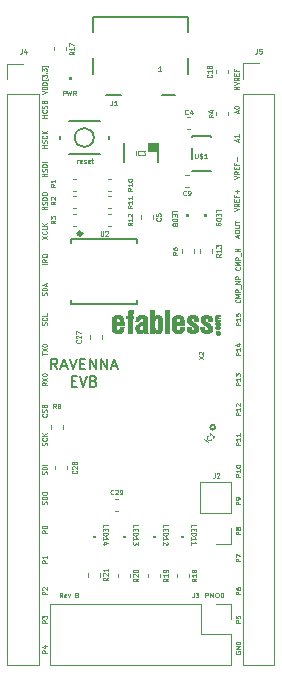
<source format=gto>
G04 #@! TF.GenerationSoftware,KiCad,Pcbnew,(5.1.5-0-10_14)*
G04 #@! TF.CreationDate,2020-07-01T13:16:57-07:00*
G04 #@! TF.ProjectId,ravenna,72617665-6e6e-4612-9e6b-696361645f70,rev?*
G04 #@! TF.SameCoordinates,Original*
G04 #@! TF.FileFunction,Legend,Top*
G04 #@! TF.FilePolarity,Positive*
%FSLAX46Y46*%
G04 Gerber Fmt 4.6, Leading zero omitted, Abs format (unit mm)*
G04 Created by KiCad (PCBNEW (5.1.5-0-10_14)) date 2020-07-01 13:16:57*
%MOMM*%
%LPD*%
G04 APERTURE LIST*
%ADD10C,0.080000*%
%ADD11C,0.095250*%
%ADD12C,0.150000*%
%ADD13C,0.127000*%
%ADD14C,0.203200*%
%ADD15C,0.120000*%
%ADD16C,0.100000*%
%ADD17C,0.152400*%
%ADD18C,0.300000*%
%ADD19C,0.010000*%
G04 APERTURE END LIST*
D10*
X141814619Y-129593952D02*
X141681285Y-129403476D01*
X141586047Y-129593952D02*
X141586047Y-129193952D01*
X141738428Y-129193952D01*
X141776523Y-129213000D01*
X141795571Y-129232047D01*
X141814619Y-129270142D01*
X141814619Y-129327285D01*
X141795571Y-129365380D01*
X141776523Y-129384428D01*
X141738428Y-129403476D01*
X141586047Y-129403476D01*
X142138428Y-129574904D02*
X142100333Y-129593952D01*
X142024142Y-129593952D01*
X141986047Y-129574904D01*
X141967000Y-129536809D01*
X141967000Y-129384428D01*
X141986047Y-129346333D01*
X142024142Y-129327285D01*
X142100333Y-129327285D01*
X142138428Y-129346333D01*
X142157476Y-129384428D01*
X142157476Y-129422523D01*
X141967000Y-129460619D01*
X142290809Y-129327285D02*
X142386047Y-129593952D01*
X142481285Y-129327285D01*
X143071761Y-129384428D02*
X143128904Y-129403476D01*
X143147952Y-129422523D01*
X143167000Y-129460619D01*
X143167000Y-129517761D01*
X143147952Y-129555857D01*
X143128904Y-129574904D01*
X143090809Y-129593952D01*
X142938428Y-129593952D01*
X142938428Y-129193952D01*
X143071761Y-129193952D01*
X143109857Y-129213000D01*
X143128904Y-129232047D01*
X143147952Y-129270142D01*
X143147952Y-129308238D01*
X143128904Y-129346333D01*
X143109857Y-129365380D01*
X143071761Y-129384428D01*
X142938428Y-129384428D01*
X141884466Y-87074352D02*
X141884466Y-86674352D01*
X142036847Y-86674352D01*
X142074942Y-86693400D01*
X142093990Y-86712447D01*
X142113038Y-86750542D01*
X142113038Y-86807685D01*
X142093990Y-86845780D01*
X142074942Y-86864828D01*
X142036847Y-86883876D01*
X141884466Y-86883876D01*
X142246371Y-86674352D02*
X142341609Y-87074352D01*
X142417800Y-86788638D01*
X142493990Y-87074352D01*
X142589228Y-86674352D01*
X142970180Y-87074352D02*
X142836847Y-86883876D01*
X142741609Y-87074352D02*
X142741609Y-86674352D01*
X142893990Y-86674352D01*
X142932085Y-86693400D01*
X142951133Y-86712447D01*
X142970180Y-86750542D01*
X142970180Y-86807685D01*
X142951133Y-86845780D01*
X142932085Y-86864828D01*
X142893990Y-86883876D01*
X142741609Y-86883876D01*
X156518000Y-134162761D02*
X156498952Y-134200857D01*
X156498952Y-134258000D01*
X156518000Y-134315142D01*
X156556095Y-134353238D01*
X156594190Y-134372285D01*
X156670380Y-134391333D01*
X156727523Y-134391333D01*
X156803714Y-134372285D01*
X156841809Y-134353238D01*
X156879904Y-134315142D01*
X156898952Y-134258000D01*
X156898952Y-134219904D01*
X156879904Y-134162761D01*
X156860857Y-134143714D01*
X156727523Y-134143714D01*
X156727523Y-134219904D01*
X156898952Y-133972285D02*
X156498952Y-133972285D01*
X156898952Y-133743714D01*
X156498952Y-133743714D01*
X156898952Y-133553238D02*
X156498952Y-133553238D01*
X156498952Y-133458000D01*
X156518000Y-133400857D01*
X156556095Y-133362761D01*
X156594190Y-133343714D01*
X156670380Y-133324666D01*
X156727523Y-133324666D01*
X156803714Y-133343714D01*
X156841809Y-133362761D01*
X156879904Y-133400857D01*
X156898952Y-133458000D01*
X156898952Y-133553238D01*
X156898952Y-131740238D02*
X156498952Y-131740238D01*
X156498952Y-131587857D01*
X156518000Y-131549761D01*
X156537047Y-131530714D01*
X156575142Y-131511666D01*
X156632285Y-131511666D01*
X156670380Y-131530714D01*
X156689428Y-131549761D01*
X156708476Y-131587857D01*
X156708476Y-131740238D01*
X156498952Y-131149761D02*
X156498952Y-131340238D01*
X156689428Y-131359285D01*
X156670380Y-131340238D01*
X156651333Y-131302142D01*
X156651333Y-131206904D01*
X156670380Y-131168809D01*
X156689428Y-131149761D01*
X156727523Y-131130714D01*
X156822761Y-131130714D01*
X156860857Y-131149761D01*
X156879904Y-131168809D01*
X156898952Y-131206904D01*
X156898952Y-131302142D01*
X156879904Y-131340238D01*
X156860857Y-131359285D01*
X156898952Y-129327238D02*
X156498952Y-129327238D01*
X156498952Y-129174857D01*
X156518000Y-129136761D01*
X156537047Y-129117714D01*
X156575142Y-129098666D01*
X156632285Y-129098666D01*
X156670380Y-129117714D01*
X156689428Y-129136761D01*
X156708476Y-129174857D01*
X156708476Y-129327238D01*
X156498952Y-128755809D02*
X156498952Y-128832000D01*
X156518000Y-128870095D01*
X156537047Y-128889142D01*
X156594190Y-128927238D01*
X156670380Y-128946285D01*
X156822761Y-128946285D01*
X156860857Y-128927238D01*
X156879904Y-128908190D01*
X156898952Y-128870095D01*
X156898952Y-128793904D01*
X156879904Y-128755809D01*
X156860857Y-128736761D01*
X156822761Y-128717714D01*
X156727523Y-128717714D01*
X156689428Y-128736761D01*
X156670380Y-128755809D01*
X156651333Y-128793904D01*
X156651333Y-128870095D01*
X156670380Y-128908190D01*
X156689428Y-128927238D01*
X156727523Y-128946285D01*
X156898952Y-126533238D02*
X156498952Y-126533238D01*
X156498952Y-126380857D01*
X156518000Y-126342761D01*
X156537047Y-126323714D01*
X156575142Y-126304666D01*
X156632285Y-126304666D01*
X156670380Y-126323714D01*
X156689428Y-126342761D01*
X156708476Y-126380857D01*
X156708476Y-126533238D01*
X156498952Y-126171333D02*
X156498952Y-125904666D01*
X156898952Y-126076095D01*
X156898952Y-124247238D02*
X156498952Y-124247238D01*
X156498952Y-124094857D01*
X156518000Y-124056761D01*
X156537047Y-124037714D01*
X156575142Y-124018666D01*
X156632285Y-124018666D01*
X156670380Y-124037714D01*
X156689428Y-124056761D01*
X156708476Y-124094857D01*
X156708476Y-124247238D01*
X156670380Y-123790095D02*
X156651333Y-123828190D01*
X156632285Y-123847238D01*
X156594190Y-123866285D01*
X156575142Y-123866285D01*
X156537047Y-123847238D01*
X156518000Y-123828190D01*
X156498952Y-123790095D01*
X156498952Y-123713904D01*
X156518000Y-123675809D01*
X156537047Y-123656761D01*
X156575142Y-123637714D01*
X156594190Y-123637714D01*
X156632285Y-123656761D01*
X156651333Y-123675809D01*
X156670380Y-123713904D01*
X156670380Y-123790095D01*
X156689428Y-123828190D01*
X156708476Y-123847238D01*
X156746571Y-123866285D01*
X156822761Y-123866285D01*
X156860857Y-123847238D01*
X156879904Y-123828190D01*
X156898952Y-123790095D01*
X156898952Y-123713904D01*
X156879904Y-123675809D01*
X156860857Y-123656761D01*
X156822761Y-123637714D01*
X156746571Y-123637714D01*
X156708476Y-123656761D01*
X156689428Y-123675809D01*
X156670380Y-123713904D01*
X156898952Y-121707238D02*
X156498952Y-121707238D01*
X156498952Y-121554857D01*
X156518000Y-121516761D01*
X156537047Y-121497714D01*
X156575142Y-121478666D01*
X156632285Y-121478666D01*
X156670380Y-121497714D01*
X156689428Y-121516761D01*
X156708476Y-121554857D01*
X156708476Y-121707238D01*
X156898952Y-121288190D02*
X156898952Y-121212000D01*
X156879904Y-121173904D01*
X156860857Y-121154857D01*
X156803714Y-121116761D01*
X156727523Y-121097714D01*
X156575142Y-121097714D01*
X156537047Y-121116761D01*
X156518000Y-121135809D01*
X156498952Y-121173904D01*
X156498952Y-121250095D01*
X156518000Y-121288190D01*
X156537047Y-121307238D01*
X156575142Y-121326285D01*
X156670380Y-121326285D01*
X156708476Y-121307238D01*
X156727523Y-121288190D01*
X156746571Y-121250095D01*
X156746571Y-121173904D01*
X156727523Y-121135809D01*
X156708476Y-121116761D01*
X156670380Y-121097714D01*
X156898952Y-119357714D02*
X156498952Y-119357714D01*
X156498952Y-119205333D01*
X156518000Y-119167238D01*
X156537047Y-119148190D01*
X156575142Y-119129142D01*
X156632285Y-119129142D01*
X156670380Y-119148190D01*
X156689428Y-119167238D01*
X156708476Y-119205333D01*
X156708476Y-119357714D01*
X156898952Y-118748190D02*
X156898952Y-118976761D01*
X156898952Y-118862476D02*
X156498952Y-118862476D01*
X156556095Y-118900571D01*
X156594190Y-118938666D01*
X156613238Y-118976761D01*
X156498952Y-118500571D02*
X156498952Y-118462476D01*
X156518000Y-118424380D01*
X156537047Y-118405333D01*
X156575142Y-118386285D01*
X156651333Y-118367238D01*
X156746571Y-118367238D01*
X156822761Y-118386285D01*
X156860857Y-118405333D01*
X156879904Y-118424380D01*
X156898952Y-118462476D01*
X156898952Y-118500571D01*
X156879904Y-118538666D01*
X156860857Y-118557714D01*
X156822761Y-118576761D01*
X156746571Y-118595809D01*
X156651333Y-118595809D01*
X156575142Y-118576761D01*
X156537047Y-118557714D01*
X156518000Y-118538666D01*
X156498952Y-118500571D01*
X156898952Y-116690714D02*
X156498952Y-116690714D01*
X156498952Y-116538333D01*
X156518000Y-116500238D01*
X156537047Y-116481190D01*
X156575142Y-116462142D01*
X156632285Y-116462142D01*
X156670380Y-116481190D01*
X156689428Y-116500238D01*
X156708476Y-116538333D01*
X156708476Y-116690714D01*
X156898952Y-116081190D02*
X156898952Y-116309761D01*
X156898952Y-116195476D02*
X156498952Y-116195476D01*
X156556095Y-116233571D01*
X156594190Y-116271666D01*
X156613238Y-116309761D01*
X156898952Y-115700238D02*
X156898952Y-115928809D01*
X156898952Y-115814523D02*
X156498952Y-115814523D01*
X156556095Y-115852619D01*
X156594190Y-115890714D01*
X156613238Y-115928809D01*
X156898952Y-114150714D02*
X156498952Y-114150714D01*
X156498952Y-113998333D01*
X156518000Y-113960238D01*
X156537047Y-113941190D01*
X156575142Y-113922142D01*
X156632285Y-113922142D01*
X156670380Y-113941190D01*
X156689428Y-113960238D01*
X156708476Y-113998333D01*
X156708476Y-114150714D01*
X156898952Y-113541190D02*
X156898952Y-113769761D01*
X156898952Y-113655476D02*
X156498952Y-113655476D01*
X156556095Y-113693571D01*
X156594190Y-113731666D01*
X156613238Y-113769761D01*
X156537047Y-113388809D02*
X156518000Y-113369761D01*
X156498952Y-113331666D01*
X156498952Y-113236428D01*
X156518000Y-113198333D01*
X156537047Y-113179285D01*
X156575142Y-113160238D01*
X156613238Y-113160238D01*
X156670380Y-113179285D01*
X156898952Y-113407857D01*
X156898952Y-113160238D01*
X156898952Y-111610714D02*
X156498952Y-111610714D01*
X156498952Y-111458333D01*
X156518000Y-111420238D01*
X156537047Y-111401190D01*
X156575142Y-111382142D01*
X156632285Y-111382142D01*
X156670380Y-111401190D01*
X156689428Y-111420238D01*
X156708476Y-111458333D01*
X156708476Y-111610714D01*
X156898952Y-111001190D02*
X156898952Y-111229761D01*
X156898952Y-111115476D02*
X156498952Y-111115476D01*
X156556095Y-111153571D01*
X156594190Y-111191666D01*
X156613238Y-111229761D01*
X156498952Y-110867857D02*
X156498952Y-110620238D01*
X156651333Y-110753571D01*
X156651333Y-110696428D01*
X156670380Y-110658333D01*
X156689428Y-110639285D01*
X156727523Y-110620238D01*
X156822761Y-110620238D01*
X156860857Y-110639285D01*
X156879904Y-110658333D01*
X156898952Y-110696428D01*
X156898952Y-110810714D01*
X156879904Y-110848809D01*
X156860857Y-110867857D01*
X156898952Y-109070714D02*
X156498952Y-109070714D01*
X156498952Y-108918333D01*
X156518000Y-108880238D01*
X156537047Y-108861190D01*
X156575142Y-108842142D01*
X156632285Y-108842142D01*
X156670380Y-108861190D01*
X156689428Y-108880238D01*
X156708476Y-108918333D01*
X156708476Y-109070714D01*
X156898952Y-108461190D02*
X156898952Y-108689761D01*
X156898952Y-108575476D02*
X156498952Y-108575476D01*
X156556095Y-108613571D01*
X156594190Y-108651666D01*
X156613238Y-108689761D01*
X156632285Y-108118333D02*
X156898952Y-108118333D01*
X156479904Y-108213571D02*
X156765619Y-108308809D01*
X156765619Y-108061190D01*
X156898952Y-106530714D02*
X156498952Y-106530714D01*
X156498952Y-106378333D01*
X156518000Y-106340238D01*
X156537047Y-106321190D01*
X156575142Y-106302142D01*
X156632285Y-106302142D01*
X156670380Y-106321190D01*
X156689428Y-106340238D01*
X156708476Y-106378333D01*
X156708476Y-106530714D01*
X156898952Y-105921190D02*
X156898952Y-106149761D01*
X156898952Y-106035476D02*
X156498952Y-106035476D01*
X156556095Y-106073571D01*
X156594190Y-106111666D01*
X156613238Y-106149761D01*
X156498952Y-105559285D02*
X156498952Y-105749761D01*
X156689428Y-105768809D01*
X156670380Y-105749761D01*
X156651333Y-105711666D01*
X156651333Y-105616428D01*
X156670380Y-105578333D01*
X156689428Y-105559285D01*
X156727523Y-105540238D01*
X156822761Y-105540238D01*
X156860857Y-105559285D01*
X156879904Y-105578333D01*
X156898952Y-105616428D01*
X156898952Y-105711666D01*
X156879904Y-105749761D01*
X156860857Y-105768809D01*
X156835457Y-104371666D02*
X156854504Y-104390714D01*
X156873552Y-104447857D01*
X156873552Y-104485952D01*
X156854504Y-104543095D01*
X156816409Y-104581190D01*
X156778314Y-104600238D01*
X156702123Y-104619285D01*
X156644980Y-104619285D01*
X156568790Y-104600238D01*
X156530695Y-104581190D01*
X156492600Y-104543095D01*
X156473552Y-104485952D01*
X156473552Y-104447857D01*
X156492600Y-104390714D01*
X156511647Y-104371666D01*
X156873552Y-104200238D02*
X156473552Y-104200238D01*
X156759266Y-104066904D01*
X156473552Y-103933571D01*
X156873552Y-103933571D01*
X156873552Y-103743095D02*
X156473552Y-103743095D01*
X156473552Y-103590714D01*
X156492600Y-103552619D01*
X156511647Y-103533571D01*
X156549742Y-103514523D01*
X156606885Y-103514523D01*
X156644980Y-103533571D01*
X156664028Y-103552619D01*
X156683076Y-103590714D01*
X156683076Y-103743095D01*
X156911647Y-103438333D02*
X156911647Y-103133571D01*
X156873552Y-103038333D02*
X156473552Y-103038333D01*
X156873552Y-102809761D01*
X156473552Y-102809761D01*
X156873552Y-102619285D02*
X156473552Y-102619285D01*
X156473552Y-102466904D01*
X156492600Y-102428809D01*
X156511647Y-102409761D01*
X156549742Y-102390714D01*
X156606885Y-102390714D01*
X156644980Y-102409761D01*
X156664028Y-102428809D01*
X156683076Y-102466904D01*
X156683076Y-102619285D01*
X156835457Y-101631666D02*
X156854504Y-101650714D01*
X156873552Y-101707857D01*
X156873552Y-101745952D01*
X156854504Y-101803095D01*
X156816409Y-101841190D01*
X156778314Y-101860238D01*
X156702123Y-101879285D01*
X156644980Y-101879285D01*
X156568790Y-101860238D01*
X156530695Y-101841190D01*
X156492600Y-101803095D01*
X156473552Y-101745952D01*
X156473552Y-101707857D01*
X156492600Y-101650714D01*
X156511647Y-101631666D01*
X156873552Y-101460238D02*
X156473552Y-101460238D01*
X156759266Y-101326904D01*
X156473552Y-101193571D01*
X156873552Y-101193571D01*
X156873552Y-101003095D02*
X156473552Y-101003095D01*
X156473552Y-100850714D01*
X156492600Y-100812619D01*
X156511647Y-100793571D01*
X156549742Y-100774523D01*
X156606885Y-100774523D01*
X156644980Y-100793571D01*
X156664028Y-100812619D01*
X156683076Y-100850714D01*
X156683076Y-101003095D01*
X156911647Y-100698333D02*
X156911647Y-100393571D01*
X156873552Y-100298333D02*
X156473552Y-100298333D01*
X156873552Y-100069761D01*
X156473552Y-100069761D01*
X156708466Y-99091666D02*
X156708466Y-98901190D01*
X156822752Y-99129761D02*
X156422752Y-98996428D01*
X156822752Y-98863095D01*
X156422752Y-98653571D02*
X156422752Y-98577380D01*
X156441800Y-98539285D01*
X156479895Y-98501190D01*
X156556085Y-98482142D01*
X156689419Y-98482142D01*
X156765609Y-98501190D01*
X156803704Y-98539285D01*
X156822752Y-98577380D01*
X156822752Y-98653571D01*
X156803704Y-98691666D01*
X156765609Y-98729761D01*
X156689419Y-98748809D01*
X156556085Y-98748809D01*
X156479895Y-98729761D01*
X156441800Y-98691666D01*
X156422752Y-98653571D01*
X156422752Y-98310714D02*
X156746561Y-98310714D01*
X156784657Y-98291666D01*
X156803704Y-98272619D01*
X156822752Y-98234523D01*
X156822752Y-98158333D01*
X156803704Y-98120238D01*
X156784657Y-98101190D01*
X156746561Y-98082142D01*
X156422752Y-98082142D01*
X156422752Y-97948809D02*
X156422752Y-97720238D01*
X156822752Y-97834523D02*
X156422752Y-97834523D01*
X156371952Y-96869133D02*
X156771952Y-96735800D01*
X156371952Y-96602466D01*
X156771952Y-96240561D02*
X156581476Y-96373895D01*
X156771952Y-96469133D02*
X156371952Y-96469133D01*
X156371952Y-96316752D01*
X156391000Y-96278657D01*
X156410047Y-96259609D01*
X156448142Y-96240561D01*
X156505285Y-96240561D01*
X156543380Y-96259609D01*
X156562428Y-96278657D01*
X156581476Y-96316752D01*
X156581476Y-96469133D01*
X156562428Y-96069133D02*
X156562428Y-95935800D01*
X156771952Y-95878657D02*
X156771952Y-96069133D01*
X156371952Y-96069133D01*
X156371952Y-95878657D01*
X156562428Y-95573895D02*
X156562428Y-95707228D01*
X156771952Y-95707228D02*
X156371952Y-95707228D01*
X156371952Y-95516752D01*
X156619571Y-95364371D02*
X156619571Y-95059609D01*
X156771952Y-95211990D02*
X156467190Y-95211990D01*
X156371952Y-94151333D02*
X156771952Y-94018000D01*
X156371952Y-93884666D01*
X156771952Y-93522761D02*
X156581476Y-93656095D01*
X156771952Y-93751333D02*
X156371952Y-93751333D01*
X156371952Y-93598952D01*
X156391000Y-93560857D01*
X156410047Y-93541809D01*
X156448142Y-93522761D01*
X156505285Y-93522761D01*
X156543380Y-93541809D01*
X156562428Y-93560857D01*
X156581476Y-93598952D01*
X156581476Y-93751333D01*
X156562428Y-93351333D02*
X156562428Y-93218000D01*
X156771952Y-93160857D02*
X156771952Y-93351333D01*
X156371952Y-93351333D01*
X156371952Y-93160857D01*
X156562428Y-92856095D02*
X156562428Y-92989428D01*
X156771952Y-92989428D02*
X156371952Y-92989428D01*
X156371952Y-92798952D01*
X156619571Y-92646571D02*
X156619571Y-92341809D01*
X156657666Y-90963714D02*
X156657666Y-90773238D01*
X156771952Y-91001809D02*
X156371952Y-90868476D01*
X156771952Y-90735142D01*
X156771952Y-90392285D02*
X156771952Y-90620857D01*
X156771952Y-90506571D02*
X156371952Y-90506571D01*
X156429095Y-90544666D01*
X156467190Y-90582761D01*
X156486238Y-90620857D01*
X156657666Y-88550714D02*
X156657666Y-88360238D01*
X156771952Y-88588809D02*
X156371952Y-88455476D01*
X156771952Y-88322142D01*
X156371952Y-88112619D02*
X156371952Y-88074523D01*
X156391000Y-88036428D01*
X156410047Y-88017380D01*
X156448142Y-87998333D01*
X156524333Y-87979285D01*
X156619571Y-87979285D01*
X156695761Y-87998333D01*
X156733857Y-88017380D01*
X156752904Y-88036428D01*
X156771952Y-88074523D01*
X156771952Y-88112619D01*
X156752904Y-88150714D01*
X156733857Y-88169761D01*
X156695761Y-88188809D01*
X156619571Y-88207857D01*
X156524333Y-88207857D01*
X156448142Y-88188809D01*
X156410047Y-88169761D01*
X156391000Y-88150714D01*
X156371952Y-88112619D01*
X156771952Y-86563095D02*
X156371952Y-86563095D01*
X156771952Y-86334523D01*
X156371952Y-86334523D01*
X156371952Y-86201190D02*
X156771952Y-86067857D01*
X156371952Y-85934523D01*
X156771952Y-85572619D02*
X156581476Y-85705952D01*
X156771952Y-85801190D02*
X156371952Y-85801190D01*
X156371952Y-85648809D01*
X156391000Y-85610714D01*
X156410047Y-85591666D01*
X156448142Y-85572619D01*
X156505285Y-85572619D01*
X156543380Y-85591666D01*
X156562428Y-85610714D01*
X156581476Y-85648809D01*
X156581476Y-85801190D01*
X156562428Y-85401190D02*
X156562428Y-85267857D01*
X156771952Y-85210714D02*
X156771952Y-85401190D01*
X156371952Y-85401190D01*
X156371952Y-85210714D01*
X156562428Y-84905952D02*
X156562428Y-85039285D01*
X156771952Y-85039285D02*
X156371952Y-85039285D01*
X156371952Y-84848809D01*
D11*
X140126357Y-86940571D02*
X140507357Y-86813571D01*
X140126357Y-86686571D01*
X140507357Y-86559571D02*
X140126357Y-86559571D01*
X140126357Y-86468857D01*
X140144500Y-86414428D01*
X140180785Y-86378142D01*
X140217071Y-86360000D01*
X140289642Y-86341857D01*
X140344071Y-86341857D01*
X140416642Y-86360000D01*
X140452928Y-86378142D01*
X140489214Y-86414428D01*
X140507357Y-86468857D01*
X140507357Y-86559571D01*
X140507357Y-86178571D02*
X140126357Y-86178571D01*
X140126357Y-86087857D01*
X140144500Y-86033428D01*
X140180785Y-85997142D01*
X140217071Y-85979000D01*
X140289642Y-85960857D01*
X140344071Y-85960857D01*
X140416642Y-85979000D01*
X140452928Y-85997142D01*
X140489214Y-86033428D01*
X140507357Y-86087857D01*
X140507357Y-86178571D01*
X140652500Y-85688714D02*
X140634357Y-85706857D01*
X140579928Y-85743142D01*
X140543642Y-85761285D01*
X140489214Y-85779428D01*
X140398500Y-85797571D01*
X140325928Y-85797571D01*
X140235214Y-85779428D01*
X140180785Y-85761285D01*
X140144500Y-85743142D01*
X140090071Y-85706857D01*
X140071928Y-85688714D01*
X140126357Y-85579857D02*
X140126357Y-85344000D01*
X140271500Y-85471000D01*
X140271500Y-85416571D01*
X140289642Y-85380285D01*
X140307785Y-85362142D01*
X140344071Y-85344000D01*
X140434785Y-85344000D01*
X140471071Y-85362142D01*
X140489214Y-85380285D01*
X140507357Y-85416571D01*
X140507357Y-85525428D01*
X140489214Y-85561714D01*
X140471071Y-85579857D01*
X140471071Y-85180714D02*
X140489214Y-85162571D01*
X140507357Y-85180714D01*
X140489214Y-85198857D01*
X140471071Y-85180714D01*
X140507357Y-85180714D01*
X140126357Y-85035571D02*
X140126357Y-84799714D01*
X140271500Y-84926714D01*
X140271500Y-84872285D01*
X140289642Y-84836000D01*
X140307785Y-84817857D01*
X140344071Y-84799714D01*
X140434785Y-84799714D01*
X140471071Y-84817857D01*
X140489214Y-84836000D01*
X140507357Y-84872285D01*
X140507357Y-84981142D01*
X140489214Y-85017428D01*
X140471071Y-85035571D01*
X140652500Y-84672714D02*
X140634357Y-84654571D01*
X140579928Y-84618285D01*
X140543642Y-84600142D01*
X140489214Y-84582000D01*
X140398500Y-84563857D01*
X140325928Y-84563857D01*
X140235214Y-84582000D01*
X140180785Y-84600142D01*
X140144500Y-84618285D01*
X140090071Y-84654571D01*
X140071928Y-84672714D01*
D10*
X140515952Y-88969761D02*
X140115952Y-88969761D01*
X140306428Y-88969761D02*
X140306428Y-88741190D01*
X140515952Y-88741190D02*
X140115952Y-88741190D01*
X140477857Y-88322142D02*
X140496904Y-88341190D01*
X140515952Y-88398333D01*
X140515952Y-88436428D01*
X140496904Y-88493571D01*
X140458809Y-88531666D01*
X140420714Y-88550714D01*
X140344523Y-88569761D01*
X140287380Y-88569761D01*
X140211190Y-88550714D01*
X140173095Y-88531666D01*
X140135000Y-88493571D01*
X140115952Y-88436428D01*
X140115952Y-88398333D01*
X140135000Y-88341190D01*
X140154047Y-88322142D01*
X140496904Y-88169761D02*
X140515952Y-88112619D01*
X140515952Y-88017380D01*
X140496904Y-87979285D01*
X140477857Y-87960238D01*
X140439761Y-87941190D01*
X140401666Y-87941190D01*
X140363571Y-87960238D01*
X140344523Y-87979285D01*
X140325476Y-88017380D01*
X140306428Y-88093571D01*
X140287380Y-88131666D01*
X140268333Y-88150714D01*
X140230238Y-88169761D01*
X140192142Y-88169761D01*
X140154047Y-88150714D01*
X140135000Y-88131666D01*
X140115952Y-88093571D01*
X140115952Y-87998333D01*
X140135000Y-87941190D01*
X140306428Y-87636428D02*
X140325476Y-87579285D01*
X140344523Y-87560238D01*
X140382619Y-87541190D01*
X140439761Y-87541190D01*
X140477857Y-87560238D01*
X140496904Y-87579285D01*
X140515952Y-87617380D01*
X140515952Y-87769761D01*
X140115952Y-87769761D01*
X140115952Y-87636428D01*
X140135000Y-87598333D01*
X140154047Y-87579285D01*
X140192142Y-87560238D01*
X140230238Y-87560238D01*
X140268333Y-87579285D01*
X140287380Y-87598333D01*
X140306428Y-87636428D01*
X140306428Y-87769761D01*
X140515952Y-91509761D02*
X140115952Y-91509761D01*
X140306428Y-91509761D02*
X140306428Y-91281190D01*
X140515952Y-91281190D02*
X140115952Y-91281190D01*
X140496904Y-91109761D02*
X140515952Y-91052619D01*
X140515952Y-90957380D01*
X140496904Y-90919285D01*
X140477857Y-90900238D01*
X140439761Y-90881190D01*
X140401666Y-90881190D01*
X140363571Y-90900238D01*
X140344523Y-90919285D01*
X140325476Y-90957380D01*
X140306428Y-91033571D01*
X140287380Y-91071666D01*
X140268333Y-91090714D01*
X140230238Y-91109761D01*
X140192142Y-91109761D01*
X140154047Y-91090714D01*
X140135000Y-91071666D01*
X140115952Y-91033571D01*
X140115952Y-90938333D01*
X140135000Y-90881190D01*
X140477857Y-90481190D02*
X140496904Y-90500238D01*
X140515952Y-90557380D01*
X140515952Y-90595476D01*
X140496904Y-90652619D01*
X140458809Y-90690714D01*
X140420714Y-90709761D01*
X140344523Y-90728809D01*
X140287380Y-90728809D01*
X140211190Y-90709761D01*
X140173095Y-90690714D01*
X140135000Y-90652619D01*
X140115952Y-90595476D01*
X140115952Y-90557380D01*
X140135000Y-90500238D01*
X140154047Y-90481190D01*
X140515952Y-90309761D02*
X140115952Y-90309761D01*
X140515952Y-90081190D02*
X140287380Y-90252619D01*
X140115952Y-90081190D02*
X140344523Y-90309761D01*
X140515952Y-93945000D02*
X140115952Y-93945000D01*
X140306428Y-93945000D02*
X140306428Y-93716428D01*
X140515952Y-93716428D02*
X140115952Y-93716428D01*
X140496904Y-93545000D02*
X140515952Y-93487857D01*
X140515952Y-93392619D01*
X140496904Y-93354523D01*
X140477857Y-93335476D01*
X140439761Y-93316428D01*
X140401666Y-93316428D01*
X140363571Y-93335476D01*
X140344523Y-93354523D01*
X140325476Y-93392619D01*
X140306428Y-93468809D01*
X140287380Y-93506904D01*
X140268333Y-93525952D01*
X140230238Y-93545000D01*
X140192142Y-93545000D01*
X140154047Y-93525952D01*
X140135000Y-93506904D01*
X140115952Y-93468809D01*
X140115952Y-93373571D01*
X140135000Y-93316428D01*
X140515952Y-93145000D02*
X140115952Y-93145000D01*
X140115952Y-93049761D01*
X140135000Y-92992619D01*
X140173095Y-92954523D01*
X140211190Y-92935476D01*
X140287380Y-92916428D01*
X140344523Y-92916428D01*
X140420714Y-92935476D01*
X140458809Y-92954523D01*
X140496904Y-92992619D01*
X140515952Y-93049761D01*
X140515952Y-93145000D01*
X140515952Y-92745000D02*
X140115952Y-92745000D01*
X140515952Y-96726285D02*
X140115952Y-96726285D01*
X140306428Y-96726285D02*
X140306428Y-96497714D01*
X140515952Y-96497714D02*
X140115952Y-96497714D01*
X140496904Y-96326285D02*
X140515952Y-96269142D01*
X140515952Y-96173904D01*
X140496904Y-96135809D01*
X140477857Y-96116761D01*
X140439761Y-96097714D01*
X140401666Y-96097714D01*
X140363571Y-96116761D01*
X140344523Y-96135809D01*
X140325476Y-96173904D01*
X140306428Y-96250095D01*
X140287380Y-96288190D01*
X140268333Y-96307238D01*
X140230238Y-96326285D01*
X140192142Y-96326285D01*
X140154047Y-96307238D01*
X140135000Y-96288190D01*
X140115952Y-96250095D01*
X140115952Y-96154857D01*
X140135000Y-96097714D01*
X140515952Y-95926285D02*
X140115952Y-95926285D01*
X140115952Y-95831047D01*
X140135000Y-95773904D01*
X140173095Y-95735809D01*
X140211190Y-95716761D01*
X140287380Y-95697714D01*
X140344523Y-95697714D01*
X140420714Y-95716761D01*
X140458809Y-95735809D01*
X140496904Y-95773904D01*
X140515952Y-95831047D01*
X140515952Y-95926285D01*
X140115952Y-95450095D02*
X140115952Y-95373904D01*
X140135000Y-95335809D01*
X140173095Y-95297714D01*
X140249285Y-95278666D01*
X140382619Y-95278666D01*
X140458809Y-95297714D01*
X140496904Y-95335809D01*
X140515952Y-95373904D01*
X140515952Y-95450095D01*
X140496904Y-95488190D01*
X140458809Y-95526285D01*
X140382619Y-95545333D01*
X140249285Y-95545333D01*
X140173095Y-95526285D01*
X140135000Y-95488190D01*
X140115952Y-95450095D01*
X140115952Y-99247238D02*
X140515952Y-98980571D01*
X140115952Y-98980571D02*
X140515952Y-99247238D01*
X140477857Y-98599619D02*
X140496904Y-98618666D01*
X140515952Y-98675809D01*
X140515952Y-98713904D01*
X140496904Y-98771047D01*
X140458809Y-98809142D01*
X140420714Y-98828190D01*
X140344523Y-98847238D01*
X140287380Y-98847238D01*
X140211190Y-98828190D01*
X140173095Y-98809142D01*
X140135000Y-98771047D01*
X140115952Y-98713904D01*
X140115952Y-98675809D01*
X140135000Y-98618666D01*
X140154047Y-98599619D01*
X140515952Y-98237714D02*
X140515952Y-98428190D01*
X140115952Y-98428190D01*
X140515952Y-98104380D02*
X140115952Y-98104380D01*
X140515952Y-97875809D02*
X140287380Y-98047238D01*
X140115952Y-97875809D02*
X140344523Y-98104380D01*
X140515952Y-101374523D02*
X140115952Y-101374523D01*
X140515952Y-100955476D02*
X140325476Y-101088809D01*
X140515952Y-101184047D02*
X140115952Y-101184047D01*
X140115952Y-101031666D01*
X140135000Y-100993571D01*
X140154047Y-100974523D01*
X140192142Y-100955476D01*
X140249285Y-100955476D01*
X140287380Y-100974523D01*
X140306428Y-100993571D01*
X140325476Y-101031666D01*
X140325476Y-101184047D01*
X140554047Y-100517380D02*
X140535000Y-100555476D01*
X140496904Y-100593571D01*
X140439761Y-100650714D01*
X140420714Y-100688809D01*
X140420714Y-100726904D01*
X140515952Y-100707857D02*
X140496904Y-100745952D01*
X140458809Y-100784047D01*
X140382619Y-100803095D01*
X140249285Y-100803095D01*
X140173095Y-100784047D01*
X140135000Y-100745952D01*
X140115952Y-100707857D01*
X140115952Y-100631666D01*
X140135000Y-100593571D01*
X140173095Y-100555476D01*
X140249285Y-100536428D01*
X140382619Y-100536428D01*
X140458809Y-100555476D01*
X140496904Y-100593571D01*
X140515952Y-100631666D01*
X140515952Y-100707857D01*
X140496904Y-103990714D02*
X140515952Y-103933571D01*
X140515952Y-103838333D01*
X140496904Y-103800238D01*
X140477857Y-103781190D01*
X140439761Y-103762142D01*
X140401666Y-103762142D01*
X140363571Y-103781190D01*
X140344523Y-103800238D01*
X140325476Y-103838333D01*
X140306428Y-103914523D01*
X140287380Y-103952619D01*
X140268333Y-103971666D01*
X140230238Y-103990714D01*
X140192142Y-103990714D01*
X140154047Y-103971666D01*
X140135000Y-103952619D01*
X140115952Y-103914523D01*
X140115952Y-103819285D01*
X140135000Y-103762142D01*
X140515952Y-103590714D02*
X140115952Y-103590714D01*
X140115952Y-103495476D01*
X140135000Y-103438333D01*
X140173095Y-103400238D01*
X140211190Y-103381190D01*
X140287380Y-103362142D01*
X140344523Y-103362142D01*
X140420714Y-103381190D01*
X140458809Y-103400238D01*
X140496904Y-103438333D01*
X140515952Y-103495476D01*
X140515952Y-103590714D01*
X140401666Y-103209761D02*
X140401666Y-103019285D01*
X140515952Y-103247857D02*
X140115952Y-103114523D01*
X140515952Y-102981190D01*
X140496904Y-106521190D02*
X140515952Y-106464047D01*
X140515952Y-106368809D01*
X140496904Y-106330714D01*
X140477857Y-106311666D01*
X140439761Y-106292619D01*
X140401666Y-106292619D01*
X140363571Y-106311666D01*
X140344523Y-106330714D01*
X140325476Y-106368809D01*
X140306428Y-106445000D01*
X140287380Y-106483095D01*
X140268333Y-106502142D01*
X140230238Y-106521190D01*
X140192142Y-106521190D01*
X140154047Y-106502142D01*
X140135000Y-106483095D01*
X140115952Y-106445000D01*
X140115952Y-106349761D01*
X140135000Y-106292619D01*
X140477857Y-105892619D02*
X140496904Y-105911666D01*
X140515952Y-105968809D01*
X140515952Y-106006904D01*
X140496904Y-106064047D01*
X140458809Y-106102142D01*
X140420714Y-106121190D01*
X140344523Y-106140238D01*
X140287380Y-106140238D01*
X140211190Y-106121190D01*
X140173095Y-106102142D01*
X140135000Y-106064047D01*
X140115952Y-106006904D01*
X140115952Y-105968809D01*
X140135000Y-105911666D01*
X140154047Y-105892619D01*
X140515952Y-105530714D02*
X140515952Y-105721190D01*
X140115952Y-105721190D01*
X140115952Y-109080238D02*
X140115952Y-108851666D01*
X140515952Y-108965952D02*
X140115952Y-108965952D01*
X140115952Y-108756428D02*
X140515952Y-108489761D01*
X140115952Y-108489761D02*
X140515952Y-108756428D01*
X140115952Y-108261190D02*
X140115952Y-108223095D01*
X140135000Y-108185000D01*
X140154047Y-108165952D01*
X140192142Y-108146904D01*
X140268333Y-108127857D01*
X140363571Y-108127857D01*
X140439761Y-108146904D01*
X140477857Y-108165952D01*
X140496904Y-108185000D01*
X140515952Y-108223095D01*
X140515952Y-108261190D01*
X140496904Y-108299285D01*
X140477857Y-108318333D01*
X140439761Y-108337380D01*
X140363571Y-108356428D01*
X140268333Y-108356428D01*
X140192142Y-108337380D01*
X140154047Y-108318333D01*
X140135000Y-108299285D01*
X140115952Y-108261190D01*
X140515952Y-111382142D02*
X140325476Y-111515476D01*
X140515952Y-111610714D02*
X140115952Y-111610714D01*
X140115952Y-111458333D01*
X140135000Y-111420238D01*
X140154047Y-111401190D01*
X140192142Y-111382142D01*
X140249285Y-111382142D01*
X140287380Y-111401190D01*
X140306428Y-111420238D01*
X140325476Y-111458333D01*
X140325476Y-111610714D01*
X140115952Y-111248809D02*
X140515952Y-110982142D01*
X140115952Y-110982142D02*
X140515952Y-111248809D01*
X140115952Y-110753571D02*
X140115952Y-110715476D01*
X140135000Y-110677380D01*
X140154047Y-110658333D01*
X140192142Y-110639285D01*
X140268333Y-110620238D01*
X140363571Y-110620238D01*
X140439761Y-110639285D01*
X140477857Y-110658333D01*
X140496904Y-110677380D01*
X140515952Y-110715476D01*
X140515952Y-110753571D01*
X140496904Y-110791666D01*
X140477857Y-110810714D01*
X140439761Y-110829761D01*
X140363571Y-110848809D01*
X140268333Y-110848809D01*
X140192142Y-110829761D01*
X140154047Y-110810714D01*
X140135000Y-110791666D01*
X140115952Y-110753571D01*
X140477857Y-114058666D02*
X140496904Y-114077714D01*
X140515952Y-114134857D01*
X140515952Y-114172952D01*
X140496904Y-114230095D01*
X140458809Y-114268190D01*
X140420714Y-114287238D01*
X140344523Y-114306285D01*
X140287380Y-114306285D01*
X140211190Y-114287238D01*
X140173095Y-114268190D01*
X140135000Y-114230095D01*
X140115952Y-114172952D01*
X140115952Y-114134857D01*
X140135000Y-114077714D01*
X140154047Y-114058666D01*
X140496904Y-113906285D02*
X140515952Y-113849142D01*
X140515952Y-113753904D01*
X140496904Y-113715809D01*
X140477857Y-113696761D01*
X140439761Y-113677714D01*
X140401666Y-113677714D01*
X140363571Y-113696761D01*
X140344523Y-113715809D01*
X140325476Y-113753904D01*
X140306428Y-113830095D01*
X140287380Y-113868190D01*
X140268333Y-113887238D01*
X140230238Y-113906285D01*
X140192142Y-113906285D01*
X140154047Y-113887238D01*
X140135000Y-113868190D01*
X140115952Y-113830095D01*
X140115952Y-113734857D01*
X140135000Y-113677714D01*
X140306428Y-113372952D02*
X140325476Y-113315809D01*
X140344523Y-113296761D01*
X140382619Y-113277714D01*
X140439761Y-113277714D01*
X140477857Y-113296761D01*
X140496904Y-113315809D01*
X140515952Y-113353904D01*
X140515952Y-113506285D01*
X140115952Y-113506285D01*
X140115952Y-113372952D01*
X140135000Y-113334857D01*
X140154047Y-113315809D01*
X140192142Y-113296761D01*
X140230238Y-113296761D01*
X140268333Y-113315809D01*
X140287380Y-113334857D01*
X140306428Y-113372952D01*
X140306428Y-113506285D01*
X140496904Y-116719285D02*
X140515952Y-116662142D01*
X140515952Y-116566904D01*
X140496904Y-116528809D01*
X140477857Y-116509761D01*
X140439761Y-116490714D01*
X140401666Y-116490714D01*
X140363571Y-116509761D01*
X140344523Y-116528809D01*
X140325476Y-116566904D01*
X140306428Y-116643095D01*
X140287380Y-116681190D01*
X140268333Y-116700238D01*
X140230238Y-116719285D01*
X140192142Y-116719285D01*
X140154047Y-116700238D01*
X140135000Y-116681190D01*
X140115952Y-116643095D01*
X140115952Y-116547857D01*
X140135000Y-116490714D01*
X140477857Y-116090714D02*
X140496904Y-116109761D01*
X140515952Y-116166904D01*
X140515952Y-116205000D01*
X140496904Y-116262142D01*
X140458809Y-116300238D01*
X140420714Y-116319285D01*
X140344523Y-116338333D01*
X140287380Y-116338333D01*
X140211190Y-116319285D01*
X140173095Y-116300238D01*
X140135000Y-116262142D01*
X140115952Y-116205000D01*
X140115952Y-116166904D01*
X140135000Y-116109761D01*
X140154047Y-116090714D01*
X140515952Y-115919285D02*
X140115952Y-115919285D01*
X140515952Y-115690714D02*
X140287380Y-115862142D01*
X140115952Y-115690714D02*
X140344523Y-115919285D01*
X140496904Y-119154523D02*
X140515952Y-119097380D01*
X140515952Y-119002142D01*
X140496904Y-118964047D01*
X140477857Y-118945000D01*
X140439761Y-118925952D01*
X140401666Y-118925952D01*
X140363571Y-118945000D01*
X140344523Y-118964047D01*
X140325476Y-119002142D01*
X140306428Y-119078333D01*
X140287380Y-119116428D01*
X140268333Y-119135476D01*
X140230238Y-119154523D01*
X140192142Y-119154523D01*
X140154047Y-119135476D01*
X140135000Y-119116428D01*
X140115952Y-119078333D01*
X140115952Y-118983095D01*
X140135000Y-118925952D01*
X140515952Y-118754523D02*
X140115952Y-118754523D01*
X140115952Y-118659285D01*
X140135000Y-118602142D01*
X140173095Y-118564047D01*
X140211190Y-118545000D01*
X140287380Y-118525952D01*
X140344523Y-118525952D01*
X140420714Y-118545000D01*
X140458809Y-118564047D01*
X140496904Y-118602142D01*
X140515952Y-118659285D01*
X140515952Y-118754523D01*
X140515952Y-118354523D02*
X140115952Y-118354523D01*
X140496904Y-121681809D02*
X140515952Y-121624666D01*
X140515952Y-121529428D01*
X140496904Y-121491333D01*
X140477857Y-121472285D01*
X140439761Y-121453238D01*
X140401666Y-121453238D01*
X140363571Y-121472285D01*
X140344523Y-121491333D01*
X140325476Y-121529428D01*
X140306428Y-121605619D01*
X140287380Y-121643714D01*
X140268333Y-121662761D01*
X140230238Y-121681809D01*
X140192142Y-121681809D01*
X140154047Y-121662761D01*
X140135000Y-121643714D01*
X140115952Y-121605619D01*
X140115952Y-121510380D01*
X140135000Y-121453238D01*
X140515952Y-121281809D02*
X140115952Y-121281809D01*
X140115952Y-121186571D01*
X140135000Y-121129428D01*
X140173095Y-121091333D01*
X140211190Y-121072285D01*
X140287380Y-121053238D01*
X140344523Y-121053238D01*
X140420714Y-121072285D01*
X140458809Y-121091333D01*
X140496904Y-121129428D01*
X140515952Y-121186571D01*
X140515952Y-121281809D01*
X140115952Y-120805619D02*
X140115952Y-120729428D01*
X140135000Y-120691333D01*
X140173095Y-120653238D01*
X140249285Y-120634190D01*
X140382619Y-120634190D01*
X140458809Y-120653238D01*
X140496904Y-120691333D01*
X140515952Y-120729428D01*
X140515952Y-120805619D01*
X140496904Y-120843714D01*
X140458809Y-120881809D01*
X140382619Y-120900857D01*
X140249285Y-120900857D01*
X140173095Y-120881809D01*
X140135000Y-120843714D01*
X140115952Y-120805619D01*
X140515952Y-124120238D02*
X140115952Y-124120238D01*
X140115952Y-123967857D01*
X140135000Y-123929761D01*
X140154047Y-123910714D01*
X140192142Y-123891666D01*
X140249285Y-123891666D01*
X140287380Y-123910714D01*
X140306428Y-123929761D01*
X140325476Y-123967857D01*
X140325476Y-124120238D01*
X140115952Y-123644047D02*
X140115952Y-123605952D01*
X140135000Y-123567857D01*
X140154047Y-123548809D01*
X140192142Y-123529761D01*
X140268333Y-123510714D01*
X140363571Y-123510714D01*
X140439761Y-123529761D01*
X140477857Y-123548809D01*
X140496904Y-123567857D01*
X140515952Y-123605952D01*
X140515952Y-123644047D01*
X140496904Y-123682142D01*
X140477857Y-123701190D01*
X140439761Y-123720238D01*
X140363571Y-123739285D01*
X140268333Y-123739285D01*
X140192142Y-123720238D01*
X140154047Y-123701190D01*
X140135000Y-123682142D01*
X140115952Y-123644047D01*
X140515952Y-126660238D02*
X140115952Y-126660238D01*
X140115952Y-126507857D01*
X140135000Y-126469761D01*
X140154047Y-126450714D01*
X140192142Y-126431666D01*
X140249285Y-126431666D01*
X140287380Y-126450714D01*
X140306428Y-126469761D01*
X140325476Y-126507857D01*
X140325476Y-126660238D01*
X140515952Y-126050714D02*
X140515952Y-126279285D01*
X140515952Y-126165000D02*
X140115952Y-126165000D01*
X140173095Y-126203095D01*
X140211190Y-126241190D01*
X140230238Y-126279285D01*
X140515952Y-129327238D02*
X140115952Y-129327238D01*
X140115952Y-129174857D01*
X140135000Y-129136761D01*
X140154047Y-129117714D01*
X140192142Y-129098666D01*
X140249285Y-129098666D01*
X140287380Y-129117714D01*
X140306428Y-129136761D01*
X140325476Y-129174857D01*
X140325476Y-129327238D01*
X140154047Y-128946285D02*
X140135000Y-128927238D01*
X140115952Y-128889142D01*
X140115952Y-128793904D01*
X140135000Y-128755809D01*
X140154047Y-128736761D01*
X140192142Y-128717714D01*
X140230238Y-128717714D01*
X140287380Y-128736761D01*
X140515952Y-128965333D01*
X140515952Y-128717714D01*
X140515952Y-131740238D02*
X140115952Y-131740238D01*
X140115952Y-131587857D01*
X140135000Y-131549761D01*
X140154047Y-131530714D01*
X140192142Y-131511666D01*
X140249285Y-131511666D01*
X140287380Y-131530714D01*
X140306428Y-131549761D01*
X140325476Y-131587857D01*
X140325476Y-131740238D01*
X140115952Y-131378333D02*
X140115952Y-131130714D01*
X140268333Y-131264047D01*
X140268333Y-131206904D01*
X140287380Y-131168809D01*
X140306428Y-131149761D01*
X140344523Y-131130714D01*
X140439761Y-131130714D01*
X140477857Y-131149761D01*
X140496904Y-131168809D01*
X140515952Y-131206904D01*
X140515952Y-131321190D01*
X140496904Y-131359285D01*
X140477857Y-131378333D01*
X140515952Y-134280238D02*
X140115952Y-134280238D01*
X140115952Y-134127857D01*
X140135000Y-134089761D01*
X140154047Y-134070714D01*
X140192142Y-134051666D01*
X140249285Y-134051666D01*
X140287380Y-134070714D01*
X140306428Y-134089761D01*
X140325476Y-134127857D01*
X140325476Y-134280238D01*
X140249285Y-133708809D02*
X140515952Y-133708809D01*
X140096904Y-133804047D02*
X140382619Y-133899285D01*
X140382619Y-133651666D01*
D12*
X141408428Y-110274142D02*
X141108428Y-109845571D01*
X140894142Y-110274142D02*
X140894142Y-109374142D01*
X141237000Y-109374142D01*
X141322714Y-109417000D01*
X141365571Y-109459857D01*
X141408428Y-109545571D01*
X141408428Y-109674142D01*
X141365571Y-109759857D01*
X141322714Y-109802714D01*
X141237000Y-109845571D01*
X140894142Y-109845571D01*
X141751285Y-110017000D02*
X142179857Y-110017000D01*
X141665571Y-110274142D02*
X141965571Y-109374142D01*
X142265571Y-110274142D01*
X142437000Y-109374142D02*
X142737000Y-110274142D01*
X143037000Y-109374142D01*
X143337000Y-109802714D02*
X143637000Y-109802714D01*
X143765571Y-110274142D02*
X143337000Y-110274142D01*
X143337000Y-109374142D01*
X143765571Y-109374142D01*
X144151285Y-110274142D02*
X144151285Y-109374142D01*
X144665571Y-110274142D01*
X144665571Y-109374142D01*
X145094142Y-110274142D02*
X145094142Y-109374142D01*
X145608428Y-110274142D01*
X145608428Y-109374142D01*
X145994142Y-110017000D02*
X146422714Y-110017000D01*
X145908428Y-110274142D02*
X146208428Y-109374142D01*
X146508428Y-110274142D01*
X142608428Y-111302714D02*
X142908428Y-111302714D01*
X143037000Y-111774142D02*
X142608428Y-111774142D01*
X142608428Y-110874142D01*
X143037000Y-110874142D01*
X143294142Y-110874142D02*
X143594142Y-111774142D01*
X143894142Y-110874142D01*
X144494142Y-111302714D02*
X144622714Y-111345571D01*
X144665571Y-111388428D01*
X144708428Y-111474142D01*
X144708428Y-111602714D01*
X144665571Y-111688428D01*
X144622714Y-111731285D01*
X144537000Y-111774142D01*
X144194142Y-111774142D01*
X144194142Y-110874142D01*
X144494142Y-110874142D01*
X144579857Y-110917000D01*
X144622714Y-110959857D01*
X144665571Y-111045571D01*
X144665571Y-111131285D01*
X144622714Y-111217000D01*
X144579857Y-111259857D01*
X144494142Y-111302714D01*
X144194142Y-111302714D01*
D10*
X153943142Y-129593952D02*
X153943142Y-129193952D01*
X154095523Y-129193952D01*
X154133619Y-129213000D01*
X154152666Y-129232047D01*
X154171714Y-129270142D01*
X154171714Y-129327285D01*
X154152666Y-129365380D01*
X154133619Y-129384428D01*
X154095523Y-129403476D01*
X153943142Y-129403476D01*
X154343142Y-129593952D02*
X154343142Y-129193952D01*
X154476476Y-129479666D01*
X154609809Y-129193952D01*
X154609809Y-129593952D01*
X154876476Y-129193952D02*
X154952666Y-129193952D01*
X154990761Y-129213000D01*
X155028857Y-129251095D01*
X155047904Y-129327285D01*
X155047904Y-129460619D01*
X155028857Y-129536809D01*
X154990761Y-129574904D01*
X154952666Y-129593952D01*
X154876476Y-129593952D01*
X154838380Y-129574904D01*
X154800285Y-129536809D01*
X154781238Y-129460619D01*
X154781238Y-129327285D01*
X154800285Y-129251095D01*
X154838380Y-129213000D01*
X154876476Y-129193952D01*
X155219333Y-129593952D02*
X155219333Y-129193952D01*
X155314571Y-129193952D01*
X155371714Y-129213000D01*
X155409809Y-129251095D01*
X155428857Y-129289190D01*
X155447904Y-129365380D01*
X155447904Y-129422523D01*
X155428857Y-129498714D01*
X155409809Y-129536809D01*
X155371714Y-129574904D01*
X155314571Y-129593952D01*
X155219333Y-129593952D01*
D13*
X144492800Y-90652600D02*
G75*
G03X144492800Y-90652600I-805000J0D01*
G01*
D14*
X145025800Y-92052600D02*
X142349800Y-92052600D01*
X142349800Y-89252600D02*
X145025800Y-89252600D01*
X141587800Y-90522600D02*
X141587800Y-90782600D01*
X145787800Y-90782600D02*
X145787800Y-90522600D01*
D15*
X146242721Y-122303000D02*
X146568279Y-122303000D01*
X146242721Y-121283000D02*
X146568279Y-121283000D01*
X157115100Y-84364600D02*
X158445100Y-84364600D01*
X157115100Y-85694600D02*
X157115100Y-84364600D01*
X157115100Y-86964600D02*
X159775100Y-86964600D01*
X159775100Y-86964600D02*
X159775100Y-135284600D01*
X157115100Y-86964600D02*
X157115100Y-135284600D01*
X157115100Y-135284600D02*
X159775100Y-135284600D01*
X137176200Y-84395000D02*
X138506200Y-84395000D01*
X137176200Y-85725000D02*
X137176200Y-84395000D01*
X137176200Y-86995000D02*
X139836200Y-86995000D01*
X139836200Y-86995000D02*
X139836200Y-135315000D01*
X137176200Y-86995000D02*
X137176200Y-135315000D01*
X137176200Y-135315000D02*
X139836200Y-135315000D01*
D12*
X154760549Y-115175494D02*
G75*
G03X154760549Y-115175494I-204782J0D01*
G01*
D15*
X143012479Y-95175800D02*
X142686921Y-95175800D01*
X143012479Y-94155800D02*
X142686921Y-94155800D01*
X145658721Y-98122200D02*
X145984279Y-98122200D01*
X145658721Y-97102200D02*
X145984279Y-97102200D01*
X154476264Y-100410649D02*
X154476264Y-100085091D01*
X153456264Y-100410649D02*
X153456264Y-100085091D01*
X142115000Y-83271479D02*
X142115000Y-82945921D01*
X141095000Y-83271479D02*
X141095000Y-82945921D01*
X151509000Y-127573721D02*
X151509000Y-127899279D01*
X152529000Y-127573721D02*
X152529000Y-127899279D01*
X149096000Y-127573721D02*
X149096000Y-127899279D01*
X150116000Y-127573721D02*
X150116000Y-127899279D01*
X143012479Y-96649000D02*
X142686921Y-96649000D01*
X143012479Y-95629000D02*
X142686921Y-95629000D01*
X146556000Y-127573721D02*
X146556000Y-127899279D01*
X147576000Y-127573721D02*
X147576000Y-127899279D01*
X144016000Y-127497721D02*
X144016000Y-127823279D01*
X145036000Y-127497721D02*
X145036000Y-127823279D01*
X154811000Y-88457721D02*
X154811000Y-88783279D01*
X155831000Y-88457721D02*
X155831000Y-88783279D01*
X152952264Y-100436149D02*
X152952264Y-100110591D01*
X151932264Y-100436149D02*
X151932264Y-100110591D01*
X141861000Y-115326279D02*
X141861000Y-115000721D01*
X140841000Y-115326279D02*
X140841000Y-115000721D01*
X154811000Y-84901721D02*
X154811000Y-85227279D01*
X155831000Y-84901721D02*
X155831000Y-85227279D01*
X145163000Y-107706279D02*
X145163000Y-107380721D01*
X144143000Y-107706279D02*
X144143000Y-107380721D01*
X141222000Y-118429721D02*
X141222000Y-118755279D01*
X142242000Y-118429721D02*
X142242000Y-118755279D01*
X152664279Y-88898000D02*
X152338721Y-88898000D01*
X152664279Y-89918000D02*
X152338721Y-89918000D01*
X148461000Y-97220721D02*
X148461000Y-97546279D01*
X149481000Y-97220721D02*
X149481000Y-97546279D01*
X152211721Y-94871000D02*
X152537279Y-94871000D01*
X152211721Y-93851000D02*
X152537279Y-93851000D01*
X156143000Y-125053400D02*
X154813000Y-125053400D01*
X156143000Y-123723400D02*
X156143000Y-125053400D01*
X156143000Y-122453400D02*
X153483000Y-122453400D01*
X153483000Y-122453400D02*
X153483000Y-119853400D01*
X156143000Y-122453400D02*
X156143000Y-119853400D01*
X156143000Y-119853400D02*
X153483000Y-119853400D01*
D16*
G36*
X149838200Y-91142500D02*
G01*
X149088200Y-91142500D01*
X149088200Y-91892500D01*
X149838200Y-91892500D01*
X149838200Y-91142500D01*
G37*
D13*
X149883200Y-91092500D02*
X149883200Y-92692500D01*
X147043200Y-92692500D02*
X147043200Y-91092500D01*
D16*
G36*
X142367000Y-85549200D02*
G01*
X142367000Y-85799200D01*
X142617000Y-85799200D01*
X142617000Y-85549200D01*
X142367000Y-85549200D01*
G37*
G36*
X151894000Y-124599000D02*
G01*
X152144000Y-124599000D01*
X152144000Y-124349000D01*
X151894000Y-124349000D01*
X151894000Y-124599000D01*
G37*
G36*
X149481000Y-124599000D02*
G01*
X149731000Y-124599000D01*
X149731000Y-124349000D01*
X149481000Y-124349000D01*
X149481000Y-124599000D01*
G37*
G36*
X146941000Y-124599000D02*
G01*
X147191000Y-124599000D01*
X147191000Y-124349000D01*
X146941000Y-124349000D01*
X146941000Y-124599000D01*
G37*
G36*
X144401000Y-124599000D02*
G01*
X144651000Y-124599000D01*
X144651000Y-124349000D01*
X144401000Y-124349000D01*
X144401000Y-124599000D01*
G37*
G36*
X152317264Y-97357270D02*
G01*
X152567264Y-97357270D01*
X152567264Y-97107270D01*
X152317264Y-97107270D01*
X152317264Y-97357270D01*
G37*
G36*
X153841264Y-97357270D02*
G01*
X154091264Y-97357270D01*
X154091264Y-97107270D01*
X153841264Y-97107270D01*
X153841264Y-97357270D01*
G37*
D17*
X152823000Y-92484000D02*
X152823000Y-91544000D01*
X154423000Y-90584000D02*
X154423000Y-90564000D01*
X152823000Y-90584000D02*
X152823000Y-90564000D01*
X154423000Y-93464000D02*
X154423000Y-93444000D01*
X152823000Y-93464000D02*
X152823000Y-93444000D01*
X154423000Y-93464000D02*
X152823000Y-93464000D01*
X154423000Y-90564000D02*
X152823000Y-90564000D01*
D14*
X142597200Y-99214000D02*
X142597200Y-99541000D01*
X142597200Y-104421000D02*
X142597200Y-104748000D01*
X148131200Y-104748000D02*
X148131200Y-104421000D01*
X148131200Y-99541000D02*
X148131200Y-99214000D01*
X148131200Y-99214000D02*
X142597200Y-99214000D01*
X142597200Y-104748000D02*
X148131200Y-104748000D01*
D18*
X143463200Y-98787000D02*
G75*
G03X143463200Y-98787000I-150000J0D01*
G01*
D15*
X143012479Y-98122200D02*
X142686921Y-98122200D01*
X143012479Y-97102200D02*
X142686921Y-97102200D01*
X145658721Y-95175800D02*
X145984279Y-95175800D01*
X145658721Y-94155800D02*
X145984279Y-94155800D01*
X145658721Y-95629000D02*
X145984279Y-95629000D01*
X145658721Y-96649000D02*
X145984279Y-96649000D01*
D13*
X152463000Y-80436000D02*
X144463000Y-80436000D01*
X151383000Y-87036000D02*
X150233000Y-87036000D01*
X146753000Y-87036000D02*
X145533000Y-87036000D01*
X152463000Y-85276000D02*
X152463000Y-83946000D01*
X144463000Y-85266000D02*
X144463000Y-83936000D01*
X152463000Y-81686000D02*
X152463000Y-80436000D01*
X144463000Y-81736000D02*
X144463000Y-80436000D01*
D15*
X140783000Y-130115000D02*
X140783000Y-135315000D01*
X153543000Y-130115000D02*
X140783000Y-130115000D01*
X156143000Y-135315000D02*
X140783000Y-135315000D01*
X153543000Y-130115000D02*
X153543000Y-132715000D01*
X153543000Y-132715000D02*
X156143000Y-132715000D01*
X156143000Y-132715000D02*
X156143000Y-135315000D01*
X154813000Y-130115000D02*
X156143000Y-130115000D01*
X156143000Y-130115000D02*
X156143000Y-131445000D01*
D19*
G36*
X155166268Y-105749725D02*
G01*
X155162250Y-105784650D01*
X154993230Y-105788198D01*
X154824211Y-105791747D01*
X154828130Y-105838998D01*
X154832050Y-105886250D01*
X155162250Y-105898950D01*
X155166232Y-105933500D01*
X155170214Y-105968051D01*
X155001132Y-105971600D01*
X154832050Y-105975150D01*
X154827932Y-106018268D01*
X154829790Y-106053417D01*
X154840632Y-106072048D01*
X154859291Y-106076176D01*
X154897785Y-106079593D01*
X154950549Y-106081951D01*
X155012022Y-106082902D01*
X155013868Y-106082905D01*
X155170287Y-106083100D01*
X155166268Y-106118025D01*
X155162250Y-106152950D01*
X154968575Y-106156455D01*
X154774900Y-106159961D01*
X154774900Y-106121530D01*
X154778549Y-106094636D01*
X154787353Y-106083107D01*
X154787600Y-106083100D01*
X154799176Y-106074375D01*
X154797261Y-106054715D01*
X154783077Y-106033889D01*
X154781250Y-106032300D01*
X154766910Y-106008382D01*
X154762200Y-105981500D01*
X154768742Y-105949732D01*
X154781250Y-105930700D01*
X154797512Y-105906484D01*
X154800300Y-105892600D01*
X154791139Y-105865968D01*
X154781250Y-105854500D01*
X154765283Y-105826603D01*
X154764247Y-105789202D01*
X154777552Y-105752897D01*
X154787600Y-105740200D01*
X154799916Y-105730049D01*
X154816072Y-105723011D01*
X154840560Y-105718527D01*
X154877870Y-105716038D01*
X154932493Y-105714984D01*
X154991643Y-105714800D01*
X155170287Y-105714800D01*
X155166268Y-105749725D01*
G37*
X155166268Y-105749725D02*
X155162250Y-105784650D01*
X154993230Y-105788198D01*
X154824211Y-105791747D01*
X154828130Y-105838998D01*
X154832050Y-105886250D01*
X155162250Y-105898950D01*
X155166232Y-105933500D01*
X155170214Y-105968051D01*
X155001132Y-105971600D01*
X154832050Y-105975150D01*
X154827932Y-106018268D01*
X154829790Y-106053417D01*
X154840632Y-106072048D01*
X154859291Y-106076176D01*
X154897785Y-106079593D01*
X154950549Y-106081951D01*
X155012022Y-106082902D01*
X155013868Y-106082905D01*
X155170287Y-106083100D01*
X155166268Y-106118025D01*
X155162250Y-106152950D01*
X154968575Y-106156455D01*
X154774900Y-106159961D01*
X154774900Y-106121530D01*
X154778549Y-106094636D01*
X154787353Y-106083107D01*
X154787600Y-106083100D01*
X154799176Y-106074375D01*
X154797261Y-106054715D01*
X154783077Y-106033889D01*
X154781250Y-106032300D01*
X154766910Y-106008382D01*
X154762200Y-105981500D01*
X154768742Y-105949732D01*
X154781250Y-105930700D01*
X154797512Y-105906484D01*
X154800300Y-105892600D01*
X154791139Y-105865968D01*
X154781250Y-105854500D01*
X154765283Y-105826603D01*
X154764247Y-105789202D01*
X154777552Y-105752897D01*
X154787600Y-105740200D01*
X154799916Y-105730049D01*
X154816072Y-105723011D01*
X154840560Y-105718527D01*
X154877870Y-105716038D01*
X154932493Y-105714984D01*
X154991643Y-105714800D01*
X155170287Y-105714800D01*
X155166268Y-105749725D01*
G36*
X155076994Y-106280617D02*
G01*
X155122048Y-106295680D01*
X155150521Y-106320936D01*
X155165107Y-106357760D01*
X155168600Y-106399193D01*
X155161975Y-106456419D01*
X155140023Y-106495079D01*
X155099626Y-106518879D01*
X155059826Y-106528499D01*
X155001872Y-106536102D01*
X154952185Y-106536939D01*
X154896426Y-106530976D01*
X154877604Y-106528056D01*
X154823801Y-106508791D01*
X154785177Y-106474144D01*
X154763839Y-106429388D01*
X154762430Y-106393410D01*
X154840367Y-106393410D01*
X154845854Y-106419930D01*
X154858496Y-106434685D01*
X154883770Y-106443521D01*
X154925611Y-106449170D01*
X154975343Y-106451274D01*
X155024291Y-106449474D01*
X155063780Y-106443409D01*
X155064508Y-106443216D01*
X155086264Y-106430850D01*
X155090250Y-106405420D01*
X155089908Y-106402115D01*
X155086050Y-106368850D01*
X154965573Y-106368850D01*
X154909179Y-106369315D01*
X154873293Y-106371350D01*
X154853031Y-106375913D01*
X154843508Y-106383962D01*
X154840367Y-106393410D01*
X154762430Y-106393410D01*
X154761896Y-106379797D01*
X154781457Y-106330645D01*
X154792721Y-106315733D01*
X154810258Y-106297835D01*
X154829614Y-106286761D01*
X154857668Y-106280441D01*
X154901303Y-106276808D01*
X154926366Y-106275566D01*
X155012665Y-106274370D01*
X155076994Y-106280617D01*
G37*
X155076994Y-106280617D02*
X155122048Y-106295680D01*
X155150521Y-106320936D01*
X155165107Y-106357760D01*
X155168600Y-106399193D01*
X155161975Y-106456419D01*
X155140023Y-106495079D01*
X155099626Y-106518879D01*
X155059826Y-106528499D01*
X155001872Y-106536102D01*
X154952185Y-106536939D01*
X154896426Y-106530976D01*
X154877604Y-106528056D01*
X154823801Y-106508791D01*
X154785177Y-106474144D01*
X154763839Y-106429388D01*
X154762430Y-106393410D01*
X154840367Y-106393410D01*
X154845854Y-106419930D01*
X154858496Y-106434685D01*
X154883770Y-106443521D01*
X154925611Y-106449170D01*
X154975343Y-106451274D01*
X155024291Y-106449474D01*
X155063780Y-106443409D01*
X155064508Y-106443216D01*
X155086264Y-106430850D01*
X155090250Y-106405420D01*
X155089908Y-106402115D01*
X155086050Y-106368850D01*
X154965573Y-106368850D01*
X154909179Y-106369315D01*
X154873293Y-106371350D01*
X154853031Y-106375913D01*
X154843508Y-106383962D01*
X154840367Y-106393410D01*
X154762430Y-106393410D01*
X154761896Y-106379797D01*
X154781457Y-106330645D01*
X154792721Y-106315733D01*
X154810258Y-106297835D01*
X154829614Y-106286761D01*
X154857668Y-106280441D01*
X154901303Y-106276808D01*
X154926366Y-106275566D01*
X155012665Y-106274370D01*
X155076994Y-106280617D01*
G36*
X154893473Y-106628024D02*
G01*
X154901609Y-106652097D01*
X154901900Y-106660855D01*
X154895810Y-106684301D01*
X154872975Y-106694214D01*
X154866975Y-106695031D01*
X154841851Y-106702148D01*
X154832807Y-106721139D01*
X154832050Y-106737150D01*
X154832050Y-106775250D01*
X154960318Y-106778848D01*
X155021278Y-106779852D01*
X155061884Y-106778393D01*
X155087112Y-106773891D01*
X155101938Y-106765765D01*
X155105632Y-106761908D01*
X155115135Y-106735891D01*
X155102771Y-106712990D01*
X155072026Y-106697849D01*
X155055433Y-106695013D01*
X155027501Y-106689516D01*
X155017967Y-106676019D01*
X155018614Y-106656913D01*
X155024151Y-106634215D01*
X155038961Y-106625980D01*
X155067000Y-106626658D01*
X155113781Y-106641803D01*
X155147946Y-106674042D01*
X155166521Y-106716968D01*
X155166533Y-106764176D01*
X155149175Y-106803680D01*
X155118346Y-106828279D01*
X155068808Y-106845848D01*
X155006478Y-106855569D01*
X154937276Y-106856625D01*
X154867120Y-106848198D01*
X154851405Y-106844817D01*
X154803322Y-106822733D01*
X154772312Y-106785515D01*
X154762200Y-106741258D01*
X154771382Y-106689533D01*
X154800428Y-106652716D01*
X154833631Y-106634070D01*
X154871849Y-106622422D01*
X154893473Y-106628024D01*
G37*
X154893473Y-106628024D02*
X154901609Y-106652097D01*
X154901900Y-106660855D01*
X154895810Y-106684301D01*
X154872975Y-106694214D01*
X154866975Y-106695031D01*
X154841851Y-106702148D01*
X154832807Y-106721139D01*
X154832050Y-106737150D01*
X154832050Y-106775250D01*
X154960318Y-106778848D01*
X155021278Y-106779852D01*
X155061884Y-106778393D01*
X155087112Y-106773891D01*
X155101938Y-106765765D01*
X155105632Y-106761908D01*
X155115135Y-106735891D01*
X155102771Y-106712990D01*
X155072026Y-106697849D01*
X155055433Y-106695013D01*
X155027501Y-106689516D01*
X155017967Y-106676019D01*
X155018614Y-106656913D01*
X155024151Y-106634215D01*
X155038961Y-106625980D01*
X155067000Y-106626658D01*
X155113781Y-106641803D01*
X155147946Y-106674042D01*
X155166521Y-106716968D01*
X155166533Y-106764176D01*
X155149175Y-106803680D01*
X155118346Y-106828279D01*
X155068808Y-106845848D01*
X155006478Y-106855569D01*
X154937276Y-106856625D01*
X154867120Y-106848198D01*
X154851405Y-106844817D01*
X154803322Y-106822733D01*
X154772312Y-106785515D01*
X154762200Y-106741258D01*
X154771382Y-106689533D01*
X154800428Y-106652716D01*
X154833631Y-106634070D01*
X154871849Y-106622422D01*
X154893473Y-106628024D01*
G36*
X150850600Y-107188000D02*
G01*
X150520400Y-107188000D01*
X150520400Y-105232200D01*
X150850600Y-105232200D01*
X150850600Y-107188000D01*
G37*
X150850600Y-107188000D02*
X150520400Y-107188000D01*
X150520400Y-105232200D01*
X150850600Y-105232200D01*
X150850600Y-107188000D01*
G36*
X147840700Y-105480033D02*
G01*
X147783246Y-105475463D01*
X147742508Y-105474447D01*
X147715348Y-105481737D01*
X147699074Y-105501283D01*
X147690991Y-105537037D01*
X147688406Y-105592951D01*
X147688300Y-105614755D01*
X147688300Y-105727500D01*
X147840700Y-105727500D01*
X147840700Y-105956100D01*
X147688300Y-105956100D01*
X147688300Y-107188000D01*
X147358100Y-107188000D01*
X147358100Y-105956100D01*
X147231100Y-105956100D01*
X147231100Y-105727500D01*
X147354557Y-105727500D01*
X147360882Y-105584167D01*
X147370301Y-105478577D01*
X147389682Y-105395022D01*
X147421246Y-105331347D01*
X147467213Y-105285394D01*
X147529804Y-105255007D01*
X147611238Y-105238030D01*
X147713735Y-105232307D01*
X147723225Y-105232270D01*
X147840700Y-105232200D01*
X147840700Y-105480033D01*
G37*
X147840700Y-105480033D02*
X147783246Y-105475463D01*
X147742508Y-105474447D01*
X147715348Y-105481737D01*
X147699074Y-105501283D01*
X147690991Y-105537037D01*
X147688406Y-105592951D01*
X147688300Y-105614755D01*
X147688300Y-105727500D01*
X147840700Y-105727500D01*
X147840700Y-105956100D01*
X147688300Y-105956100D01*
X147688300Y-107188000D01*
X147358100Y-107188000D01*
X147358100Y-105956100D01*
X147231100Y-105956100D01*
X147231100Y-105727500D01*
X147354557Y-105727500D01*
X147360882Y-105584167D01*
X147370301Y-105478577D01*
X147389682Y-105395022D01*
X147421246Y-105331347D01*
X147467213Y-105285394D01*
X147529804Y-105255007D01*
X147611238Y-105238030D01*
X147713735Y-105232307D01*
X147723225Y-105232270D01*
X147840700Y-105232200D01*
X147840700Y-105480033D01*
G36*
X154174916Y-105701105D02*
G01*
X154269796Y-105732526D01*
X154349610Y-105782211D01*
X154369951Y-105799936D01*
X154431606Y-105874601D01*
X154472361Y-105963665D01*
X154492172Y-106067033D01*
X154492685Y-106073575D01*
X154498912Y-106159300D01*
X154340092Y-106159300D01*
X154181272Y-106159299D01*
X154172585Y-106093813D01*
X154163907Y-106048152D01*
X154151862Y-106007408D01*
X154145935Y-105993590D01*
X154115522Y-105960253D01*
X154069603Y-105939182D01*
X154015178Y-105930869D01*
X153959247Y-105935807D01*
X153908810Y-105954488D01*
X153881520Y-105974993D01*
X153867538Y-106003158D01*
X153860918Y-106045846D01*
X153861754Y-106093244D01*
X153870141Y-106135537D01*
X153879775Y-106155767D01*
X153896124Y-106171410D01*
X153929963Y-106198309D01*
X153977591Y-106233714D01*
X154035309Y-106274875D01*
X154098850Y-106318657D01*
X154207611Y-106394276D01*
X154295784Y-106460501D01*
X154365303Y-106519680D01*
X154418102Y-106574162D01*
X154456115Y-106626297D01*
X154481277Y-106678433D01*
X154495521Y-106732920D01*
X154500781Y-106792106D01*
X154500922Y-106807000D01*
X154490438Y-106915028D01*
X154459946Y-107008038D01*
X154409835Y-107085419D01*
X154340489Y-107146560D01*
X154259799Y-107188034D01*
X154191058Y-107207117D01*
X154107311Y-107219204D01*
X154017167Y-107224026D01*
X153929237Y-107221312D01*
X153852128Y-107210791D01*
X153818335Y-107201874D01*
X153719798Y-107158229D01*
X153641038Y-107098715D01*
X153581908Y-107023139D01*
X153542262Y-106931310D01*
X153521955Y-106823038D01*
X153521058Y-106812299D01*
X153513933Y-106718100D01*
X153847800Y-106718100D01*
X153847800Y-106794707D01*
X153853933Y-106868348D01*
X153871625Y-106924958D01*
X153899811Y-106961842D01*
X153917862Y-106972180D01*
X153970232Y-106983544D01*
X154027362Y-106982559D01*
X154081781Y-106970790D01*
X154126022Y-106949802D01*
X154151577Y-106923210D01*
X154162455Y-106884553D01*
X154164592Y-106833955D01*
X154158440Y-106783152D01*
X154144681Y-106744263D01*
X154126208Y-106723563D01*
X154091381Y-106693354D01*
X154045273Y-106657770D01*
X153995456Y-106622628D01*
X153888213Y-106548979D01*
X153800661Y-106485460D01*
X153730379Y-106429699D01*
X153674950Y-106379322D01*
X153631953Y-106331954D01*
X153598971Y-106285223D01*
X153573585Y-106236754D01*
X153555720Y-106191110D01*
X153531965Y-106090665D01*
X153531670Y-105998401D01*
X153553845Y-105915619D01*
X153597501Y-105843621D01*
X153661647Y-105783710D01*
X153745293Y-105737186D01*
X153847449Y-105705353D01*
X153935391Y-105691922D01*
X154063828Y-105687665D01*
X154174916Y-105701105D01*
G37*
X154174916Y-105701105D02*
X154269796Y-105732526D01*
X154349610Y-105782211D01*
X154369951Y-105799936D01*
X154431606Y-105874601D01*
X154472361Y-105963665D01*
X154492172Y-106067033D01*
X154492685Y-106073575D01*
X154498912Y-106159300D01*
X154340092Y-106159300D01*
X154181272Y-106159299D01*
X154172585Y-106093813D01*
X154163907Y-106048152D01*
X154151862Y-106007408D01*
X154145935Y-105993590D01*
X154115522Y-105960253D01*
X154069603Y-105939182D01*
X154015178Y-105930869D01*
X153959247Y-105935807D01*
X153908810Y-105954488D01*
X153881520Y-105974993D01*
X153867538Y-106003158D01*
X153860918Y-106045846D01*
X153861754Y-106093244D01*
X153870141Y-106135537D01*
X153879775Y-106155767D01*
X153896124Y-106171410D01*
X153929963Y-106198309D01*
X153977591Y-106233714D01*
X154035309Y-106274875D01*
X154098850Y-106318657D01*
X154207611Y-106394276D01*
X154295784Y-106460501D01*
X154365303Y-106519680D01*
X154418102Y-106574162D01*
X154456115Y-106626297D01*
X154481277Y-106678433D01*
X154495521Y-106732920D01*
X154500781Y-106792106D01*
X154500922Y-106807000D01*
X154490438Y-106915028D01*
X154459946Y-107008038D01*
X154409835Y-107085419D01*
X154340489Y-107146560D01*
X154259799Y-107188034D01*
X154191058Y-107207117D01*
X154107311Y-107219204D01*
X154017167Y-107224026D01*
X153929237Y-107221312D01*
X153852128Y-107210791D01*
X153818335Y-107201874D01*
X153719798Y-107158229D01*
X153641038Y-107098715D01*
X153581908Y-107023139D01*
X153542262Y-106931310D01*
X153521955Y-106823038D01*
X153521058Y-106812299D01*
X153513933Y-106718100D01*
X153847800Y-106718100D01*
X153847800Y-106794707D01*
X153853933Y-106868348D01*
X153871625Y-106924958D01*
X153899811Y-106961842D01*
X153917862Y-106972180D01*
X153970232Y-106983544D01*
X154027362Y-106982559D01*
X154081781Y-106970790D01*
X154126022Y-106949802D01*
X154151577Y-106923210D01*
X154162455Y-106884553D01*
X154164592Y-106833955D01*
X154158440Y-106783152D01*
X154144681Y-106744263D01*
X154126208Y-106723563D01*
X154091381Y-106693354D01*
X154045273Y-106657770D01*
X153995456Y-106622628D01*
X153888213Y-106548979D01*
X153800661Y-106485460D01*
X153730379Y-106429699D01*
X153674950Y-106379322D01*
X153631953Y-106331954D01*
X153598971Y-106285223D01*
X153573585Y-106236754D01*
X153555720Y-106191110D01*
X153531965Y-106090665D01*
X153531670Y-105998401D01*
X153553845Y-105915619D01*
X153597501Y-105843621D01*
X153661647Y-105783710D01*
X153745293Y-105737186D01*
X153847449Y-105705353D01*
X153935391Y-105691922D01*
X154063828Y-105687665D01*
X154174916Y-105701105D01*
G36*
X153006516Y-105701105D02*
G01*
X153101396Y-105732526D01*
X153181210Y-105782211D01*
X153201551Y-105799936D01*
X153263206Y-105874601D01*
X153303961Y-105963665D01*
X153323772Y-106067033D01*
X153324285Y-106073575D01*
X153330512Y-106159300D01*
X153171692Y-106159300D01*
X153012872Y-106159299D01*
X153004185Y-106093813D01*
X152995507Y-106048152D01*
X152983462Y-106007408D01*
X152977535Y-105993590D01*
X152947122Y-105960253D01*
X152901203Y-105939182D01*
X152846778Y-105930869D01*
X152790847Y-105935807D01*
X152740410Y-105954488D01*
X152713120Y-105974993D01*
X152699138Y-106003158D01*
X152692518Y-106045846D01*
X152693354Y-106093244D01*
X152701741Y-106135537D01*
X152711375Y-106155767D01*
X152727724Y-106171410D01*
X152761563Y-106198309D01*
X152809191Y-106233714D01*
X152866909Y-106274875D01*
X152930450Y-106318657D01*
X153039211Y-106394276D01*
X153127384Y-106460501D01*
X153196903Y-106519680D01*
X153249702Y-106574162D01*
X153287715Y-106626297D01*
X153312877Y-106678433D01*
X153327121Y-106732920D01*
X153332381Y-106792106D01*
X153332522Y-106807000D01*
X153322038Y-106915028D01*
X153291546Y-107008038D01*
X153241435Y-107085419D01*
X153172089Y-107146560D01*
X153091399Y-107188034D01*
X153022658Y-107207117D01*
X152938911Y-107219204D01*
X152848767Y-107224026D01*
X152760837Y-107221312D01*
X152683728Y-107210791D01*
X152649935Y-107201874D01*
X152551398Y-107158229D01*
X152472638Y-107098715D01*
X152413508Y-107023139D01*
X152373862Y-106931310D01*
X152353555Y-106823038D01*
X152352658Y-106812299D01*
X152345533Y-106718100D01*
X152679400Y-106718100D01*
X152679400Y-106794707D01*
X152685533Y-106868348D01*
X152703225Y-106924958D01*
X152731411Y-106961842D01*
X152749462Y-106972180D01*
X152801832Y-106983544D01*
X152858962Y-106982559D01*
X152913381Y-106970790D01*
X152957622Y-106949802D01*
X152983177Y-106923210D01*
X152994055Y-106884553D01*
X152996192Y-106833955D01*
X152990040Y-106783152D01*
X152976281Y-106744263D01*
X152957808Y-106723563D01*
X152922981Y-106693354D01*
X152876873Y-106657770D01*
X152827056Y-106622628D01*
X152719813Y-106548979D01*
X152632261Y-106485460D01*
X152561979Y-106429699D01*
X152506550Y-106379322D01*
X152463553Y-106331954D01*
X152430571Y-106285223D01*
X152405185Y-106236754D01*
X152387320Y-106191110D01*
X152363565Y-106090665D01*
X152363270Y-105998401D01*
X152385445Y-105915619D01*
X152429101Y-105843621D01*
X152493247Y-105783710D01*
X152576893Y-105737186D01*
X152679049Y-105705353D01*
X152766991Y-105691922D01*
X152895428Y-105687665D01*
X153006516Y-105701105D01*
G37*
X153006516Y-105701105D02*
X153101396Y-105732526D01*
X153181210Y-105782211D01*
X153201551Y-105799936D01*
X153263206Y-105874601D01*
X153303961Y-105963665D01*
X153323772Y-106067033D01*
X153324285Y-106073575D01*
X153330512Y-106159300D01*
X153171692Y-106159300D01*
X153012872Y-106159299D01*
X153004185Y-106093813D01*
X152995507Y-106048152D01*
X152983462Y-106007408D01*
X152977535Y-105993590D01*
X152947122Y-105960253D01*
X152901203Y-105939182D01*
X152846778Y-105930869D01*
X152790847Y-105935807D01*
X152740410Y-105954488D01*
X152713120Y-105974993D01*
X152699138Y-106003158D01*
X152692518Y-106045846D01*
X152693354Y-106093244D01*
X152701741Y-106135537D01*
X152711375Y-106155767D01*
X152727724Y-106171410D01*
X152761563Y-106198309D01*
X152809191Y-106233714D01*
X152866909Y-106274875D01*
X152930450Y-106318657D01*
X153039211Y-106394276D01*
X153127384Y-106460501D01*
X153196903Y-106519680D01*
X153249702Y-106574162D01*
X153287715Y-106626297D01*
X153312877Y-106678433D01*
X153327121Y-106732920D01*
X153332381Y-106792106D01*
X153332522Y-106807000D01*
X153322038Y-106915028D01*
X153291546Y-107008038D01*
X153241435Y-107085419D01*
X153172089Y-107146560D01*
X153091399Y-107188034D01*
X153022658Y-107207117D01*
X152938911Y-107219204D01*
X152848767Y-107224026D01*
X152760837Y-107221312D01*
X152683728Y-107210791D01*
X152649935Y-107201874D01*
X152551398Y-107158229D01*
X152472638Y-107098715D01*
X152413508Y-107023139D01*
X152373862Y-106931310D01*
X152353555Y-106823038D01*
X152352658Y-106812299D01*
X152345533Y-106718100D01*
X152679400Y-106718100D01*
X152679400Y-106794707D01*
X152685533Y-106868348D01*
X152703225Y-106924958D01*
X152731411Y-106961842D01*
X152749462Y-106972180D01*
X152801832Y-106983544D01*
X152858962Y-106982559D01*
X152913381Y-106970790D01*
X152957622Y-106949802D01*
X152983177Y-106923210D01*
X152994055Y-106884553D01*
X152996192Y-106833955D01*
X152990040Y-106783152D01*
X152976281Y-106744263D01*
X152957808Y-106723563D01*
X152922981Y-106693354D01*
X152876873Y-106657770D01*
X152827056Y-106622628D01*
X152719813Y-106548979D01*
X152632261Y-106485460D01*
X152561979Y-106429699D01*
X152506550Y-106379322D01*
X152463553Y-106331954D01*
X152430571Y-106285223D01*
X152405185Y-106236754D01*
X152387320Y-106191110D01*
X152363565Y-106090665D01*
X152363270Y-105998401D01*
X152385445Y-105915619D01*
X152429101Y-105843621D01*
X152493247Y-105783710D01*
X152576893Y-105737186D01*
X152679049Y-105705353D01*
X152766991Y-105691922D01*
X152895428Y-105687665D01*
X153006516Y-105701105D01*
G36*
X151667383Y-105689655D02*
G01*
X151684485Y-105691059D01*
X151778109Y-105704239D01*
X151853535Y-105726485D01*
X151917117Y-105760364D01*
X151975211Y-105808446D01*
X151975332Y-105808564D01*
X152012837Y-105848975D01*
X152042234Y-105890985D01*
X152064570Y-105938427D01*
X152080889Y-105995132D01*
X152092239Y-106064933D01*
X152099665Y-106151662D01*
X152104214Y-106259151D01*
X152104861Y-106283125D01*
X152110684Y-106514900D01*
X151418844Y-106514900D01*
X151424609Y-106689525D01*
X151428075Y-106768726D01*
X151432825Y-106826921D01*
X151439424Y-106868492D01*
X151448436Y-106897822D01*
X151452481Y-106906425D01*
X151488336Y-106948763D01*
X151541175Y-106974765D01*
X151607307Y-106982856D01*
X151628526Y-106981620D01*
X151688844Y-106966254D01*
X151733113Y-106932736D01*
X151761953Y-106880173D01*
X151775978Y-106807672D01*
X151777629Y-106765725D01*
X151777700Y-106705400D01*
X152111583Y-106705400D01*
X152104038Y-106791125D01*
X152084115Y-106909304D01*
X152046927Y-107009727D01*
X151992836Y-107091877D01*
X151922204Y-107155240D01*
X151835395Y-107199299D01*
X151811416Y-107207175D01*
X151755364Y-107218015D01*
X151683188Y-107223788D01*
X151603648Y-107224524D01*
X151525502Y-107220255D01*
X151457511Y-107211011D01*
X151434800Y-107205843D01*
X151338957Y-107169597D01*
X151259910Y-107115892D01*
X151197043Y-107043911D01*
X151149743Y-106952838D01*
X151117396Y-106841855D01*
X151105105Y-106766933D01*
X151100004Y-106710382D01*
X151096207Y-106636146D01*
X151093713Y-106549677D01*
X151092519Y-106456431D01*
X151092623Y-106361861D01*
X151093990Y-106273600D01*
X151418639Y-106273600D01*
X151777700Y-106273600D01*
X151777700Y-106152319D01*
X151775446Y-106076393D01*
X151767605Y-106021613D01*
X151752553Y-105984038D01*
X151728666Y-105959726D01*
X151694322Y-105944734D01*
X151691954Y-105944062D01*
X151617673Y-105931236D01*
X151551203Y-105934761D01*
X151496783Y-105953672D01*
X151458653Y-105987008D01*
X151451531Y-105998682D01*
X151439457Y-106035752D01*
X151430103Y-106092435D01*
X151424787Y-106156055D01*
X151418639Y-106273600D01*
X151093990Y-106273600D01*
X151094024Y-106271421D01*
X151096719Y-106190566D01*
X151100706Y-106124749D01*
X151105362Y-106083100D01*
X151133858Y-105972850D01*
X151180727Y-105879865D01*
X151245304Y-105804593D01*
X151326924Y-105747485D01*
X151424921Y-105708992D01*
X151538629Y-105689565D01*
X151667383Y-105689655D01*
G37*
X151667383Y-105689655D02*
X151684485Y-105691059D01*
X151778109Y-105704239D01*
X151853535Y-105726485D01*
X151917117Y-105760364D01*
X151975211Y-105808446D01*
X151975332Y-105808564D01*
X152012837Y-105848975D01*
X152042234Y-105890985D01*
X152064570Y-105938427D01*
X152080889Y-105995132D01*
X152092239Y-106064933D01*
X152099665Y-106151662D01*
X152104214Y-106259151D01*
X152104861Y-106283125D01*
X152110684Y-106514900D01*
X151418844Y-106514900D01*
X151424609Y-106689525D01*
X151428075Y-106768726D01*
X151432825Y-106826921D01*
X151439424Y-106868492D01*
X151448436Y-106897822D01*
X151452481Y-106906425D01*
X151488336Y-106948763D01*
X151541175Y-106974765D01*
X151607307Y-106982856D01*
X151628526Y-106981620D01*
X151688844Y-106966254D01*
X151733113Y-106932736D01*
X151761953Y-106880173D01*
X151775978Y-106807672D01*
X151777629Y-106765725D01*
X151777700Y-106705400D01*
X152111583Y-106705400D01*
X152104038Y-106791125D01*
X152084115Y-106909304D01*
X152046927Y-107009727D01*
X151992836Y-107091877D01*
X151922204Y-107155240D01*
X151835395Y-107199299D01*
X151811416Y-107207175D01*
X151755364Y-107218015D01*
X151683188Y-107223788D01*
X151603648Y-107224524D01*
X151525502Y-107220255D01*
X151457511Y-107211011D01*
X151434800Y-107205843D01*
X151338957Y-107169597D01*
X151259910Y-107115892D01*
X151197043Y-107043911D01*
X151149743Y-106952838D01*
X151117396Y-106841855D01*
X151105105Y-106766933D01*
X151100004Y-106710382D01*
X151096207Y-106636146D01*
X151093713Y-106549677D01*
X151092519Y-106456431D01*
X151092623Y-106361861D01*
X151093990Y-106273600D01*
X151418639Y-106273600D01*
X151777700Y-106273600D01*
X151777700Y-106152319D01*
X151775446Y-106076393D01*
X151767605Y-106021613D01*
X151752553Y-105984038D01*
X151728666Y-105959726D01*
X151694322Y-105944734D01*
X151691954Y-105944062D01*
X151617673Y-105931236D01*
X151551203Y-105934761D01*
X151496783Y-105953672D01*
X151458653Y-105987008D01*
X151451531Y-105998682D01*
X151439457Y-106035752D01*
X151430103Y-106092435D01*
X151424787Y-106156055D01*
X151418639Y-106273600D01*
X151093990Y-106273600D01*
X151094024Y-106271421D01*
X151096719Y-106190566D01*
X151100706Y-106124749D01*
X151105362Y-106083100D01*
X151133858Y-105972850D01*
X151180727Y-105879865D01*
X151245304Y-105804593D01*
X151326924Y-105747485D01*
X151424921Y-105708992D01*
X151538629Y-105689565D01*
X151667383Y-105689655D01*
G36*
X149616827Y-105543352D02*
G01*
X149615779Y-105651759D01*
X149616057Y-105737743D01*
X149617643Y-105800583D01*
X149620518Y-105839556D01*
X149624661Y-105853940D01*
X149625050Y-105854007D01*
X149639109Y-105844254D01*
X149661612Y-105819734D01*
X149678314Y-105798331D01*
X149728922Y-105744036D01*
X149788366Y-105709449D01*
X149860841Y-105692809D01*
X149933425Y-105691344D01*
X150020580Y-105702787D01*
X150092551Y-105729267D01*
X150150676Y-105772412D01*
X150196289Y-105833848D01*
X150230726Y-105915202D01*
X150255324Y-106018101D01*
X150266636Y-106097021D01*
X150271548Y-106156756D01*
X150275165Y-106235433D01*
X150277493Y-106327368D01*
X150278537Y-106426878D01*
X150278304Y-106528279D01*
X150276800Y-106625886D01*
X150274029Y-106714015D01*
X150269998Y-106786983D01*
X150265894Y-106830433D01*
X150242913Y-106948967D01*
X150206388Y-107047437D01*
X150156660Y-107125237D01*
X150094072Y-107181758D01*
X150056850Y-107202406D01*
X150000434Y-107218579D01*
X149931710Y-107224542D01*
X149861705Y-107220111D01*
X149805441Y-107206617D01*
X149731421Y-107167440D01*
X149670374Y-107107929D01*
X149658411Y-107091965D01*
X149630500Y-107058496D01*
X149610805Y-107048843D01*
X149598703Y-107063255D01*
X149593572Y-107101984D01*
X149593300Y-107118150D01*
X149593300Y-107188000D01*
X149288500Y-107188000D01*
X149288500Y-106446729D01*
X149618700Y-106446729D01*
X149619185Y-106565141D01*
X149620896Y-106661101D01*
X149624213Y-106737541D01*
X149629517Y-106797396D01*
X149637189Y-106843600D01*
X149647611Y-106879086D01*
X149661162Y-106906787D01*
X149678224Y-106929637D01*
X149681937Y-106933718D01*
X149708506Y-106957758D01*
X149736298Y-106969074D01*
X149776766Y-106972085D01*
X149781416Y-106972100D01*
X149822666Y-106969878D01*
X149849496Y-106960326D01*
X149872707Y-106939112D01*
X149877432Y-106933605D01*
X149903218Y-106894309D01*
X149922064Y-106850888D01*
X149922941Y-106847880D01*
X149926909Y-106820297D01*
X149930158Y-106771527D01*
X149932686Y-106705773D01*
X149934495Y-106627236D01*
X149935586Y-106540121D01*
X149935959Y-106448628D01*
X149935615Y-106356962D01*
X149934555Y-106269323D01*
X149932778Y-106189916D01*
X149930287Y-106122943D01*
X149927082Y-106072606D01*
X149923162Y-106043108D01*
X149922809Y-106041742D01*
X149900696Y-105989854D01*
X149866742Y-105958490D01*
X149816918Y-105944681D01*
X149789467Y-105943400D01*
X149729027Y-105950700D01*
X149685165Y-105974598D01*
X149654020Y-106018084D01*
X149638034Y-106060702D01*
X149631603Y-106088217D01*
X149626671Y-106124178D01*
X149623079Y-106171811D01*
X149620664Y-106234341D01*
X149619265Y-106314992D01*
X149618721Y-106416990D01*
X149618700Y-106446729D01*
X149288500Y-106446729D01*
X149288500Y-105232200D01*
X149621305Y-105232200D01*
X149616827Y-105543352D01*
G37*
X149616827Y-105543352D02*
X149615779Y-105651759D01*
X149616057Y-105737743D01*
X149617643Y-105800583D01*
X149620518Y-105839556D01*
X149624661Y-105853940D01*
X149625050Y-105854007D01*
X149639109Y-105844254D01*
X149661612Y-105819734D01*
X149678314Y-105798331D01*
X149728922Y-105744036D01*
X149788366Y-105709449D01*
X149860841Y-105692809D01*
X149933425Y-105691344D01*
X150020580Y-105702787D01*
X150092551Y-105729267D01*
X150150676Y-105772412D01*
X150196289Y-105833848D01*
X150230726Y-105915202D01*
X150255324Y-106018101D01*
X150266636Y-106097021D01*
X150271548Y-106156756D01*
X150275165Y-106235433D01*
X150277493Y-106327368D01*
X150278537Y-106426878D01*
X150278304Y-106528279D01*
X150276800Y-106625886D01*
X150274029Y-106714015D01*
X150269998Y-106786983D01*
X150265894Y-106830433D01*
X150242913Y-106948967D01*
X150206388Y-107047437D01*
X150156660Y-107125237D01*
X150094072Y-107181758D01*
X150056850Y-107202406D01*
X150000434Y-107218579D01*
X149931710Y-107224542D01*
X149861705Y-107220111D01*
X149805441Y-107206617D01*
X149731421Y-107167440D01*
X149670374Y-107107929D01*
X149658411Y-107091965D01*
X149630500Y-107058496D01*
X149610805Y-107048843D01*
X149598703Y-107063255D01*
X149593572Y-107101984D01*
X149593300Y-107118150D01*
X149593300Y-107188000D01*
X149288500Y-107188000D01*
X149288500Y-106446729D01*
X149618700Y-106446729D01*
X149619185Y-106565141D01*
X149620896Y-106661101D01*
X149624213Y-106737541D01*
X149629517Y-106797396D01*
X149637189Y-106843600D01*
X149647611Y-106879086D01*
X149661162Y-106906787D01*
X149678224Y-106929637D01*
X149681937Y-106933718D01*
X149708506Y-106957758D01*
X149736298Y-106969074D01*
X149776766Y-106972085D01*
X149781416Y-106972100D01*
X149822666Y-106969878D01*
X149849496Y-106960326D01*
X149872707Y-106939112D01*
X149877432Y-106933605D01*
X149903218Y-106894309D01*
X149922064Y-106850888D01*
X149922941Y-106847880D01*
X149926909Y-106820297D01*
X149930158Y-106771527D01*
X149932686Y-106705773D01*
X149934495Y-106627236D01*
X149935586Y-106540121D01*
X149935959Y-106448628D01*
X149935615Y-106356962D01*
X149934555Y-106269323D01*
X149932778Y-106189916D01*
X149930287Y-106122943D01*
X149927082Y-106072606D01*
X149923162Y-106043108D01*
X149922809Y-106041742D01*
X149900696Y-105989854D01*
X149866742Y-105958490D01*
X149816918Y-105944681D01*
X149789467Y-105943400D01*
X149729027Y-105950700D01*
X149685165Y-105974598D01*
X149654020Y-106018084D01*
X149638034Y-106060702D01*
X149631603Y-106088217D01*
X149626671Y-106124178D01*
X149623079Y-106171811D01*
X149620664Y-106234341D01*
X149619265Y-106314992D01*
X149618721Y-106416990D01*
X149618700Y-106446729D01*
X149288500Y-106446729D01*
X149288500Y-105232200D01*
X149621305Y-105232200D01*
X149616827Y-105543352D01*
G36*
X148694202Y-105700378D02*
G01*
X148794632Y-105729412D01*
X148877101Y-105773855D01*
X148940484Y-105833298D01*
X148972620Y-105883077D01*
X148980966Y-105900410D01*
X148987975Y-105918441D01*
X148993784Y-105939492D01*
X148998527Y-105965880D01*
X149002341Y-105999925D01*
X149005360Y-106043947D01*
X149007722Y-106100266D01*
X149009560Y-106171200D01*
X149011011Y-106259070D01*
X149012210Y-106366195D01*
X149013293Y-106494894D01*
X149013998Y-106591100D01*
X149015041Y-106706731D01*
X149016444Y-106815216D01*
X149018139Y-106913759D01*
X149020059Y-106999565D01*
X149022137Y-107069839D01*
X149024307Y-107121786D01*
X149026500Y-107152609D01*
X149027649Y-107159425D01*
X149037462Y-107188000D01*
X148884939Y-107188000D01*
X148816973Y-107187707D01*
X148770374Y-107185390D01*
X148741111Y-107178889D01*
X148725152Y-107166045D01*
X148718464Y-107144698D01*
X148717015Y-107112689D01*
X148717000Y-107098061D01*
X148713734Y-107065672D01*
X148705385Y-107049089D01*
X148702726Y-107048300D01*
X148687309Y-107057194D01*
X148661812Y-107080279D01*
X148637617Y-107106051D01*
X148569951Y-107168450D01*
X148496160Y-107207227D01*
X148412632Y-107224036D01*
X148377697Y-107225008D01*
X148328327Y-107223025D01*
X148285048Y-107218939D01*
X148259717Y-107214233D01*
X148175750Y-107176764D01*
X148109112Y-107120781D01*
X148059882Y-107046418D01*
X148028142Y-106953810D01*
X148013972Y-106843090D01*
X148013160Y-106807000D01*
X148016135Y-106760392D01*
X148341654Y-106760392D01*
X148344506Y-106825341D01*
X148357524Y-106884192D01*
X148380089Y-106929924D01*
X148395890Y-106946586D01*
X148433486Y-106963787D01*
X148484403Y-106972061D01*
X148538080Y-106971115D01*
X148583958Y-106960653D01*
X148599946Y-106952279D01*
X148624002Y-106932573D01*
X148642220Y-106909152D01*
X148655500Y-106878250D01*
X148664740Y-106836101D01*
X148670839Y-106778939D01*
X148674696Y-106702998D01*
X148676672Y-106630831D01*
X148678140Y-106549894D01*
X148678377Y-106491332D01*
X148677205Y-106452142D01*
X148674449Y-106429320D01*
X148669932Y-106419862D01*
X148664310Y-106420240D01*
X148615587Y-106450437D01*
X148561386Y-106486798D01*
X148506279Y-106525914D01*
X148454844Y-106564377D01*
X148411654Y-106598779D01*
X148381285Y-106625711D01*
X148368919Y-106640282D01*
X148349586Y-106696366D01*
X148341654Y-106760392D01*
X148016135Y-106760392D01*
X148019286Y-106711051D01*
X148039170Y-106627574D01*
X148074707Y-106554300D01*
X148127791Y-106488961D01*
X148200317Y-106429289D01*
X148294179Y-106373017D01*
X148411272Y-106317878D01*
X148427529Y-106310997D01*
X148514178Y-106273142D01*
X148579524Y-106240762D01*
X148626611Y-106212094D01*
X148658483Y-106185375D01*
X148671459Y-106169703D01*
X148683751Y-106137703D01*
X148690447Y-106091462D01*
X148691111Y-106041609D01*
X148685306Y-105998774D01*
X148679168Y-105982000D01*
X148651995Y-105955923D01*
X148607738Y-105939128D01*
X148552923Y-105931541D01*
X148494080Y-105933087D01*
X148437737Y-105943690D01*
X148390421Y-105963275D01*
X148363216Y-105985645D01*
X148351817Y-106009828D01*
X148341773Y-106048581D01*
X148337816Y-106073337D01*
X148329650Y-106140250D01*
X148172223Y-106143830D01*
X148014796Y-106147411D01*
X148022659Y-106072189D01*
X148043470Y-105965525D01*
X148081983Y-105876683D01*
X148138598Y-105805303D01*
X148213712Y-105751022D01*
X148307723Y-105713480D01*
X148421032Y-105692315D01*
X148443950Y-105690181D01*
X148576933Y-105687165D01*
X148694202Y-105700378D01*
G37*
X148694202Y-105700378D02*
X148794632Y-105729412D01*
X148877101Y-105773855D01*
X148940484Y-105833298D01*
X148972620Y-105883077D01*
X148980966Y-105900410D01*
X148987975Y-105918441D01*
X148993784Y-105939492D01*
X148998527Y-105965880D01*
X149002341Y-105999925D01*
X149005360Y-106043947D01*
X149007722Y-106100266D01*
X149009560Y-106171200D01*
X149011011Y-106259070D01*
X149012210Y-106366195D01*
X149013293Y-106494894D01*
X149013998Y-106591100D01*
X149015041Y-106706731D01*
X149016444Y-106815216D01*
X149018139Y-106913759D01*
X149020059Y-106999565D01*
X149022137Y-107069839D01*
X149024307Y-107121786D01*
X149026500Y-107152609D01*
X149027649Y-107159425D01*
X149037462Y-107188000D01*
X148884939Y-107188000D01*
X148816973Y-107187707D01*
X148770374Y-107185390D01*
X148741111Y-107178889D01*
X148725152Y-107166045D01*
X148718464Y-107144698D01*
X148717015Y-107112689D01*
X148717000Y-107098061D01*
X148713734Y-107065672D01*
X148705385Y-107049089D01*
X148702726Y-107048300D01*
X148687309Y-107057194D01*
X148661812Y-107080279D01*
X148637617Y-107106051D01*
X148569951Y-107168450D01*
X148496160Y-107207227D01*
X148412632Y-107224036D01*
X148377697Y-107225008D01*
X148328327Y-107223025D01*
X148285048Y-107218939D01*
X148259717Y-107214233D01*
X148175750Y-107176764D01*
X148109112Y-107120781D01*
X148059882Y-107046418D01*
X148028142Y-106953810D01*
X148013972Y-106843090D01*
X148013160Y-106807000D01*
X148016135Y-106760392D01*
X148341654Y-106760392D01*
X148344506Y-106825341D01*
X148357524Y-106884192D01*
X148380089Y-106929924D01*
X148395890Y-106946586D01*
X148433486Y-106963787D01*
X148484403Y-106972061D01*
X148538080Y-106971115D01*
X148583958Y-106960653D01*
X148599946Y-106952279D01*
X148624002Y-106932573D01*
X148642220Y-106909152D01*
X148655500Y-106878250D01*
X148664740Y-106836101D01*
X148670839Y-106778939D01*
X148674696Y-106702998D01*
X148676672Y-106630831D01*
X148678140Y-106549894D01*
X148678377Y-106491332D01*
X148677205Y-106452142D01*
X148674449Y-106429320D01*
X148669932Y-106419862D01*
X148664310Y-106420240D01*
X148615587Y-106450437D01*
X148561386Y-106486798D01*
X148506279Y-106525914D01*
X148454844Y-106564377D01*
X148411654Y-106598779D01*
X148381285Y-106625711D01*
X148368919Y-106640282D01*
X148349586Y-106696366D01*
X148341654Y-106760392D01*
X148016135Y-106760392D01*
X148019286Y-106711051D01*
X148039170Y-106627574D01*
X148074707Y-106554300D01*
X148127791Y-106488961D01*
X148200317Y-106429289D01*
X148294179Y-106373017D01*
X148411272Y-106317878D01*
X148427529Y-106310997D01*
X148514178Y-106273142D01*
X148579524Y-106240762D01*
X148626611Y-106212094D01*
X148658483Y-106185375D01*
X148671459Y-106169703D01*
X148683751Y-106137703D01*
X148690447Y-106091462D01*
X148691111Y-106041609D01*
X148685306Y-105998774D01*
X148679168Y-105982000D01*
X148651995Y-105955923D01*
X148607738Y-105939128D01*
X148552923Y-105931541D01*
X148494080Y-105933087D01*
X148437737Y-105943690D01*
X148390421Y-105963275D01*
X148363216Y-105985645D01*
X148351817Y-106009828D01*
X148341773Y-106048581D01*
X148337816Y-106073337D01*
X148329650Y-106140250D01*
X148172223Y-106143830D01*
X148014796Y-106147411D01*
X148022659Y-106072189D01*
X148043470Y-105965525D01*
X148081983Y-105876683D01*
X148138598Y-105805303D01*
X148213712Y-105751022D01*
X148307723Y-105713480D01*
X148421032Y-105692315D01*
X148443950Y-105690181D01*
X148576933Y-105687165D01*
X148694202Y-105700378D01*
G36*
X146558214Y-105681539D02*
G01*
X146674712Y-105698123D01*
X146770459Y-105727436D01*
X146847355Y-105770713D01*
X146907301Y-105829193D01*
X146952198Y-105904114D01*
X146970149Y-105949750D01*
X146982261Y-105998483D01*
X146993217Y-106067180D01*
X147002490Y-106150414D01*
X147009551Y-106242755D01*
X147013870Y-106338775D01*
X147014993Y-106410125D01*
X147015200Y-106527600D01*
X146329400Y-106527600D01*
X146329400Y-106679742D01*
X146332185Y-106775752D01*
X146341549Y-106849406D01*
X146359002Y-106903236D01*
X146386055Y-106939775D01*
X146424217Y-106961556D01*
X146474999Y-106971111D01*
X146503743Y-106972100D01*
X146562247Y-106964861D01*
X146606199Y-106941675D01*
X146637444Y-106900339D01*
X146657828Y-106838647D01*
X146667182Y-106776889D01*
X146675807Y-106692700D01*
X147006023Y-106692700D01*
X146998993Y-106803825D01*
X146989724Y-106893850D01*
X146972988Y-106965550D01*
X146946148Y-107025535D01*
X146906572Y-107080414D01*
X146875411Y-107113845D01*
X146826654Y-107158391D01*
X146783059Y-107187282D01*
X146736007Y-107206203D01*
X146734770Y-107206580D01*
X146672894Y-107220083D01*
X146596329Y-107229244D01*
X146515331Y-107233468D01*
X146440158Y-107232164D01*
X146389895Y-107226524D01*
X146280727Y-107198175D01*
X146191726Y-107156034D01*
X146120979Y-107098873D01*
X146066577Y-107025462D01*
X146060634Y-107014713D01*
X146042728Y-106979306D01*
X146028255Y-106944853D01*
X146016857Y-106908198D01*
X146008173Y-106866180D01*
X146001844Y-106815644D01*
X145997510Y-106753431D01*
X145994811Y-106676384D01*
X145993388Y-106581343D01*
X145992881Y-106465152D01*
X145992854Y-106419650D01*
X145992917Y-106308959D01*
X145993236Y-106220524D01*
X145993897Y-106161195D01*
X146329400Y-106161195D01*
X146329400Y-106260900D01*
X146675329Y-106260900D01*
X146669981Y-106138620D01*
X146667113Y-106081704D01*
X146663302Y-106043968D01*
X146656745Y-106019206D01*
X146645637Y-106001214D01*
X146628174Y-105983784D01*
X146623816Y-105979870D01*
X146596477Y-105958690D01*
X146568862Y-105947688D01*
X146530858Y-105943724D01*
X146506368Y-105943400D01*
X146440911Y-105947803D01*
X146393045Y-105962974D01*
X146360379Y-105991856D01*
X146340523Y-106037390D01*
X146331086Y-106102518D01*
X146329400Y-106161195D01*
X145993897Y-106161195D01*
X145994009Y-106151198D01*
X145995436Y-106097835D01*
X145997717Y-106057292D01*
X146001049Y-106026421D01*
X146005632Y-106002078D01*
X146011665Y-105981117D01*
X146019347Y-105960394D01*
X146022396Y-105952778D01*
X146062041Y-105880645D01*
X146118198Y-105812969D01*
X146183625Y-105757511D01*
X146229498Y-105730841D01*
X146313934Y-105701520D01*
X146412546Y-105683898D01*
X146516309Y-105679328D01*
X146558214Y-105681539D01*
G37*
X146558214Y-105681539D02*
X146674712Y-105698123D01*
X146770459Y-105727436D01*
X146847355Y-105770713D01*
X146907301Y-105829193D01*
X146952198Y-105904114D01*
X146970149Y-105949750D01*
X146982261Y-105998483D01*
X146993217Y-106067180D01*
X147002490Y-106150414D01*
X147009551Y-106242755D01*
X147013870Y-106338775D01*
X147014993Y-106410125D01*
X147015200Y-106527600D01*
X146329400Y-106527600D01*
X146329400Y-106679742D01*
X146332185Y-106775752D01*
X146341549Y-106849406D01*
X146359002Y-106903236D01*
X146386055Y-106939775D01*
X146424217Y-106961556D01*
X146474999Y-106971111D01*
X146503743Y-106972100D01*
X146562247Y-106964861D01*
X146606199Y-106941675D01*
X146637444Y-106900339D01*
X146657828Y-106838647D01*
X146667182Y-106776889D01*
X146675807Y-106692700D01*
X147006023Y-106692700D01*
X146998993Y-106803825D01*
X146989724Y-106893850D01*
X146972988Y-106965550D01*
X146946148Y-107025535D01*
X146906572Y-107080414D01*
X146875411Y-107113845D01*
X146826654Y-107158391D01*
X146783059Y-107187282D01*
X146736007Y-107206203D01*
X146734770Y-107206580D01*
X146672894Y-107220083D01*
X146596329Y-107229244D01*
X146515331Y-107233468D01*
X146440158Y-107232164D01*
X146389895Y-107226524D01*
X146280727Y-107198175D01*
X146191726Y-107156034D01*
X146120979Y-107098873D01*
X146066577Y-107025462D01*
X146060634Y-107014713D01*
X146042728Y-106979306D01*
X146028255Y-106944853D01*
X146016857Y-106908198D01*
X146008173Y-106866180D01*
X146001844Y-106815644D01*
X145997510Y-106753431D01*
X145994811Y-106676384D01*
X145993388Y-106581343D01*
X145992881Y-106465152D01*
X145992854Y-106419650D01*
X145992917Y-106308959D01*
X145993236Y-106220524D01*
X145993897Y-106161195D01*
X146329400Y-106161195D01*
X146329400Y-106260900D01*
X146675329Y-106260900D01*
X146669981Y-106138620D01*
X146667113Y-106081704D01*
X146663302Y-106043968D01*
X146656745Y-106019206D01*
X146645637Y-106001214D01*
X146628174Y-105983784D01*
X146623816Y-105979870D01*
X146596477Y-105958690D01*
X146568862Y-105947688D01*
X146530858Y-105943724D01*
X146506368Y-105943400D01*
X146440911Y-105947803D01*
X146393045Y-105962974D01*
X146360379Y-105991856D01*
X146340523Y-106037390D01*
X146331086Y-106102518D01*
X146329400Y-106161195D01*
X145993897Y-106161195D01*
X145994009Y-106151198D01*
X145995436Y-106097835D01*
X145997717Y-106057292D01*
X146001049Y-106026421D01*
X146005632Y-106002078D01*
X146011665Y-105981117D01*
X146019347Y-105960394D01*
X146022396Y-105952778D01*
X146062041Y-105880645D01*
X146118198Y-105812969D01*
X146183625Y-105757511D01*
X146229498Y-105730841D01*
X146313934Y-105701520D01*
X146412546Y-105683898D01*
X146516309Y-105679328D01*
X146558214Y-105681539D01*
G36*
X155024315Y-107033233D02*
G01*
X155075646Y-107060161D01*
X155114696Y-107097579D01*
X155119251Y-107104433D01*
X155137921Y-107153081D01*
X155143646Y-107209749D01*
X155136555Y-107264418D01*
X155116775Y-107307067D01*
X155116678Y-107307191D01*
X155068285Y-107350236D01*
X155009711Y-107373877D01*
X154947387Y-107376850D01*
X154887741Y-107357893D01*
X154880291Y-107353614D01*
X154835647Y-107313221D01*
X154808839Y-107261303D01*
X154799635Y-107203633D01*
X154799771Y-107202668D01*
X154901900Y-107202668D01*
X154911602Y-107230541D01*
X154934603Y-107257923D01*
X154961746Y-107275080D01*
X154971750Y-107276900D01*
X154994285Y-107268492D01*
X155016200Y-107251500D01*
X155037046Y-107217710D01*
X155037438Y-107184753D01*
X155022017Y-107157381D01*
X154995425Y-107140348D01*
X154962302Y-107138407D01*
X154927289Y-107156313D01*
X154925125Y-107158218D01*
X154906858Y-107183751D01*
X154901900Y-107202668D01*
X154799771Y-107202668D01*
X154807800Y-107145982D01*
X154833103Y-107094124D01*
X154875309Y-107053830D01*
X154892794Y-107044108D01*
X154931779Y-107029854D01*
X154968094Y-107023006D01*
X154971750Y-107022900D01*
X155024315Y-107033233D01*
G37*
X155024315Y-107033233D02*
X155075646Y-107060161D01*
X155114696Y-107097579D01*
X155119251Y-107104433D01*
X155137921Y-107153081D01*
X155143646Y-107209749D01*
X155136555Y-107264418D01*
X155116775Y-107307067D01*
X155116678Y-107307191D01*
X155068285Y-107350236D01*
X155009711Y-107373877D01*
X154947387Y-107376850D01*
X154887741Y-107357893D01*
X154880291Y-107353614D01*
X154835647Y-107313221D01*
X154808839Y-107261303D01*
X154799635Y-107203633D01*
X154799771Y-107202668D01*
X154901900Y-107202668D01*
X154911602Y-107230541D01*
X154934603Y-107257923D01*
X154961746Y-107275080D01*
X154971750Y-107276900D01*
X154994285Y-107268492D01*
X155016200Y-107251500D01*
X155037046Y-107217710D01*
X155037438Y-107184753D01*
X155022017Y-107157381D01*
X154995425Y-107140348D01*
X154962302Y-107138407D01*
X154927289Y-107156313D01*
X154925125Y-107158218D01*
X154906858Y-107183751D01*
X154901900Y-107202668D01*
X154799771Y-107202668D01*
X154807800Y-107145982D01*
X154833103Y-107094124D01*
X154875309Y-107053830D01*
X154892794Y-107044108D01*
X154931779Y-107029854D01*
X154968094Y-107023006D01*
X154971750Y-107022900D01*
X155024315Y-107033233D01*
D10*
X143090980Y-92817952D02*
X143090980Y-92551285D01*
X143090980Y-92627476D02*
X143110028Y-92589380D01*
X143129076Y-92570333D01*
X143167171Y-92551285D01*
X143205266Y-92551285D01*
X143490980Y-92798904D02*
X143452885Y-92817952D01*
X143376695Y-92817952D01*
X143338600Y-92798904D01*
X143319552Y-92760809D01*
X143319552Y-92608428D01*
X143338600Y-92570333D01*
X143376695Y-92551285D01*
X143452885Y-92551285D01*
X143490980Y-92570333D01*
X143510028Y-92608428D01*
X143510028Y-92646523D01*
X143319552Y-92684619D01*
X143662409Y-92798904D02*
X143700504Y-92817952D01*
X143776695Y-92817952D01*
X143814790Y-92798904D01*
X143833838Y-92760809D01*
X143833838Y-92741761D01*
X143814790Y-92703666D01*
X143776695Y-92684619D01*
X143719552Y-92684619D01*
X143681457Y-92665571D01*
X143662409Y-92627476D01*
X143662409Y-92608428D01*
X143681457Y-92570333D01*
X143719552Y-92551285D01*
X143776695Y-92551285D01*
X143814790Y-92570333D01*
X144157647Y-92798904D02*
X144119552Y-92817952D01*
X144043361Y-92817952D01*
X144005266Y-92798904D01*
X143986219Y-92760809D01*
X143986219Y-92608428D01*
X144005266Y-92570333D01*
X144043361Y-92551285D01*
X144119552Y-92551285D01*
X144157647Y-92570333D01*
X144176695Y-92608428D01*
X144176695Y-92646523D01*
X143986219Y-92684619D01*
X144290980Y-92551285D02*
X144443361Y-92551285D01*
X144348123Y-92417952D02*
X144348123Y-92760809D01*
X144367171Y-92798904D01*
X144405266Y-92817952D01*
X144443361Y-92817952D01*
X146148357Y-120835788D02*
X146129309Y-120854835D01*
X146072166Y-120873883D01*
X146034071Y-120873883D01*
X145976928Y-120854835D01*
X145938833Y-120816740D01*
X145919785Y-120778645D01*
X145900738Y-120702454D01*
X145900738Y-120645311D01*
X145919785Y-120569121D01*
X145938833Y-120531026D01*
X145976928Y-120492931D01*
X146034071Y-120473883D01*
X146072166Y-120473883D01*
X146129309Y-120492931D01*
X146148357Y-120511978D01*
X146300738Y-120511978D02*
X146319785Y-120492931D01*
X146357880Y-120473883D01*
X146453119Y-120473883D01*
X146491214Y-120492931D01*
X146510261Y-120511978D01*
X146529309Y-120550073D01*
X146529309Y-120588169D01*
X146510261Y-120645311D01*
X146281690Y-120873883D01*
X146529309Y-120873883D01*
X146719785Y-120873883D02*
X146795976Y-120873883D01*
X146834071Y-120854835D01*
X146853119Y-120835788D01*
X146891214Y-120778645D01*
X146910261Y-120702454D01*
X146910261Y-120550073D01*
X146891214Y-120511978D01*
X146872166Y-120492931D01*
X146834071Y-120473883D01*
X146757880Y-120473883D01*
X146719785Y-120492931D01*
X146700738Y-120511978D01*
X146681690Y-120550073D01*
X146681690Y-120645311D01*
X146700738Y-120683407D01*
X146719785Y-120702454D01*
X146757880Y-120721502D01*
X146834071Y-120721502D01*
X146872166Y-120702454D01*
X146891214Y-120683407D01*
X146910261Y-120645311D01*
X158311766Y-83145552D02*
X158311766Y-83431266D01*
X158292719Y-83488409D01*
X158254623Y-83526504D01*
X158197480Y-83545552D01*
X158159385Y-83545552D01*
X158692719Y-83145552D02*
X158502242Y-83145552D01*
X158483195Y-83336028D01*
X158502242Y-83316980D01*
X158540338Y-83297933D01*
X158635576Y-83297933D01*
X158673671Y-83316980D01*
X158692719Y-83336028D01*
X158711766Y-83374123D01*
X158711766Y-83469361D01*
X158692719Y-83507457D01*
X158673671Y-83526504D01*
X158635576Y-83545552D01*
X158540338Y-83545552D01*
X158502242Y-83526504D01*
X158483195Y-83507457D01*
X138372866Y-83175952D02*
X138372866Y-83461666D01*
X138353819Y-83518809D01*
X138315723Y-83556904D01*
X138258580Y-83575952D01*
X138220485Y-83575952D01*
X138734771Y-83309285D02*
X138734771Y-83575952D01*
X138639533Y-83156904D02*
X138544295Y-83442619D01*
X138791914Y-83442619D01*
X154141644Y-116468418D02*
X153858801Y-116185575D01*
X154411018Y-116145169D02*
X154411018Y-116172106D01*
X154384080Y-116225981D01*
X154357143Y-116252919D01*
X154303268Y-116279856D01*
X154249393Y-116279856D01*
X154208987Y-116266387D01*
X154141644Y-116225981D01*
X154101238Y-116185575D01*
X154060832Y-116118232D01*
X154047363Y-116077825D01*
X154047363Y-116023951D01*
X154074300Y-115970076D01*
X154101238Y-115943138D01*
X154155113Y-115916201D01*
X154182050Y-115916201D01*
X154707329Y-115902732D02*
X154545705Y-116064357D01*
X154626517Y-115983545D02*
X154343674Y-115700702D01*
X154357143Y-115768045D01*
X154357143Y-115821920D01*
X154343674Y-115862326D01*
X141227152Y-94605466D02*
X141036676Y-94738800D01*
X141227152Y-94834038D02*
X140827152Y-94834038D01*
X140827152Y-94681657D01*
X140846200Y-94643561D01*
X140865247Y-94624514D01*
X140903342Y-94605466D01*
X140960485Y-94605466D01*
X140998580Y-94624514D01*
X141017628Y-94643561D01*
X141036676Y-94681657D01*
X141036676Y-94834038D01*
X141227152Y-94224514D02*
X141227152Y-94453085D01*
X141227152Y-94338800D02*
X140827152Y-94338800D01*
X140884295Y-94376895D01*
X140922390Y-94414990D01*
X140941438Y-94453085D01*
X147754952Y-97869342D02*
X147564476Y-98002676D01*
X147754952Y-98097914D02*
X147354952Y-98097914D01*
X147354952Y-97945533D01*
X147374000Y-97907438D01*
X147393047Y-97888390D01*
X147431142Y-97869342D01*
X147488285Y-97869342D01*
X147526380Y-97888390D01*
X147545428Y-97907438D01*
X147564476Y-97945533D01*
X147564476Y-98097914D01*
X147754952Y-97488390D02*
X147754952Y-97716961D01*
X147754952Y-97602676D02*
X147354952Y-97602676D01*
X147412095Y-97640771D01*
X147450190Y-97678866D01*
X147469238Y-97716961D01*
X147393047Y-97336009D02*
X147374000Y-97316961D01*
X147354952Y-97278866D01*
X147354952Y-97183628D01*
X147374000Y-97145533D01*
X147393047Y-97126485D01*
X147431142Y-97107438D01*
X147469238Y-97107438D01*
X147526380Y-97126485D01*
X147754952Y-97355057D01*
X147754952Y-97107438D01*
X155247952Y-100505012D02*
X155057476Y-100638346D01*
X155247952Y-100733584D02*
X154847952Y-100733584D01*
X154847952Y-100581203D01*
X154867000Y-100543108D01*
X154886047Y-100524060D01*
X154924142Y-100505012D01*
X154981285Y-100505012D01*
X155019380Y-100524060D01*
X155038428Y-100543108D01*
X155057476Y-100581203D01*
X155057476Y-100733584D01*
X155247952Y-100124060D02*
X155247952Y-100352631D01*
X155247952Y-100238346D02*
X154847952Y-100238346D01*
X154905095Y-100276441D01*
X154943190Y-100314536D01*
X154962238Y-100352631D01*
X154847952Y-99990727D02*
X154847952Y-99743108D01*
X155000333Y-99876441D01*
X155000333Y-99819298D01*
X155019380Y-99781203D01*
X155038428Y-99762155D01*
X155076523Y-99743108D01*
X155171761Y-99743108D01*
X155209857Y-99762155D01*
X155228904Y-99781203D01*
X155247952Y-99819298D01*
X155247952Y-99933584D01*
X155228904Y-99971679D01*
X155209857Y-99990727D01*
X142830752Y-83391342D02*
X142640276Y-83524676D01*
X142830752Y-83619914D02*
X142430752Y-83619914D01*
X142430752Y-83467533D01*
X142449800Y-83429438D01*
X142468847Y-83410390D01*
X142506942Y-83391342D01*
X142564085Y-83391342D01*
X142602180Y-83410390D01*
X142621228Y-83429438D01*
X142640276Y-83467533D01*
X142640276Y-83619914D01*
X142830752Y-83010390D02*
X142830752Y-83238961D01*
X142830752Y-83124676D02*
X142430752Y-83124676D01*
X142487895Y-83162771D01*
X142525990Y-83200866D01*
X142545038Y-83238961D01*
X142430752Y-82877057D02*
X142430752Y-82610390D01*
X142830752Y-82781819D01*
X153165052Y-127993642D02*
X152974576Y-128126976D01*
X153165052Y-128222214D02*
X152765052Y-128222214D01*
X152765052Y-128069833D01*
X152784100Y-128031738D01*
X152803147Y-128012690D01*
X152841242Y-127993642D01*
X152898385Y-127993642D01*
X152936480Y-128012690D01*
X152955528Y-128031738D01*
X152974576Y-128069833D01*
X152974576Y-128222214D01*
X153165052Y-127612690D02*
X153165052Y-127841261D01*
X153165052Y-127726976D02*
X152765052Y-127726976D01*
X152822195Y-127765071D01*
X152860290Y-127803166D01*
X152879338Y-127841261D01*
X152936480Y-127384119D02*
X152917433Y-127422214D01*
X152898385Y-127441261D01*
X152860290Y-127460309D01*
X152841242Y-127460309D01*
X152803147Y-127441261D01*
X152784100Y-127422214D01*
X152765052Y-127384119D01*
X152765052Y-127307928D01*
X152784100Y-127269833D01*
X152803147Y-127250785D01*
X152841242Y-127231738D01*
X152860290Y-127231738D01*
X152898385Y-127250785D01*
X152917433Y-127269833D01*
X152936480Y-127307928D01*
X152936480Y-127384119D01*
X152955528Y-127422214D01*
X152974576Y-127441261D01*
X153012671Y-127460309D01*
X153088861Y-127460309D01*
X153126957Y-127441261D01*
X153146004Y-127422214D01*
X153165052Y-127384119D01*
X153165052Y-127307928D01*
X153146004Y-127269833D01*
X153126957Y-127250785D01*
X153088861Y-127231738D01*
X153012671Y-127231738D01*
X152974576Y-127250785D01*
X152955528Y-127269833D01*
X152936480Y-127307928D01*
X150752052Y-127993642D02*
X150561576Y-128126976D01*
X150752052Y-128222214D02*
X150352052Y-128222214D01*
X150352052Y-128069833D01*
X150371100Y-128031738D01*
X150390147Y-128012690D01*
X150428242Y-127993642D01*
X150485385Y-127993642D01*
X150523480Y-128012690D01*
X150542528Y-128031738D01*
X150561576Y-128069833D01*
X150561576Y-128222214D01*
X150752052Y-127612690D02*
X150752052Y-127841261D01*
X150752052Y-127726976D02*
X150352052Y-127726976D01*
X150409195Y-127765071D01*
X150447290Y-127803166D01*
X150466338Y-127841261D01*
X150752052Y-127422214D02*
X150752052Y-127346023D01*
X150733004Y-127307928D01*
X150713957Y-127288880D01*
X150656814Y-127250785D01*
X150580623Y-127231738D01*
X150428242Y-127231738D01*
X150390147Y-127250785D01*
X150371100Y-127269833D01*
X150352052Y-127307928D01*
X150352052Y-127384119D01*
X150371100Y-127422214D01*
X150390147Y-127441261D01*
X150428242Y-127460309D01*
X150523480Y-127460309D01*
X150561576Y-127441261D01*
X150580623Y-127422214D01*
X150599671Y-127384119D01*
X150599671Y-127307928D01*
X150580623Y-127269833D01*
X150561576Y-127250785D01*
X150523480Y-127231738D01*
X141227152Y-96078666D02*
X141036676Y-96212000D01*
X141227152Y-96307238D02*
X140827152Y-96307238D01*
X140827152Y-96154857D01*
X140846200Y-96116761D01*
X140865247Y-96097714D01*
X140903342Y-96078666D01*
X140960485Y-96078666D01*
X140998580Y-96097714D01*
X141017628Y-96116761D01*
X141036676Y-96154857D01*
X141036676Y-96307238D01*
X140865247Y-95926285D02*
X140846200Y-95907238D01*
X140827152Y-95869142D01*
X140827152Y-95773904D01*
X140846200Y-95735809D01*
X140865247Y-95716761D01*
X140903342Y-95697714D01*
X140941438Y-95697714D01*
X140998580Y-95716761D01*
X141227152Y-95945333D01*
X141227152Y-95697714D01*
X148212052Y-127993642D02*
X148021576Y-128126976D01*
X148212052Y-128222214D02*
X147812052Y-128222214D01*
X147812052Y-128069833D01*
X147831100Y-128031738D01*
X147850147Y-128012690D01*
X147888242Y-127993642D01*
X147945385Y-127993642D01*
X147983480Y-128012690D01*
X148002528Y-128031738D01*
X148021576Y-128069833D01*
X148021576Y-128222214D01*
X147850147Y-127841261D02*
X147831100Y-127822214D01*
X147812052Y-127784119D01*
X147812052Y-127688880D01*
X147831100Y-127650785D01*
X147850147Y-127631738D01*
X147888242Y-127612690D01*
X147926338Y-127612690D01*
X147983480Y-127631738D01*
X148212052Y-127860309D01*
X148212052Y-127612690D01*
X147812052Y-127365071D02*
X147812052Y-127326976D01*
X147831100Y-127288880D01*
X147850147Y-127269833D01*
X147888242Y-127250785D01*
X147964433Y-127231738D01*
X148059671Y-127231738D01*
X148135861Y-127250785D01*
X148173957Y-127269833D01*
X148193004Y-127288880D01*
X148212052Y-127326976D01*
X148212052Y-127365071D01*
X148193004Y-127403166D01*
X148173957Y-127422214D01*
X148135861Y-127441261D01*
X148059671Y-127460309D01*
X147964433Y-127460309D01*
X147888242Y-127441261D01*
X147850147Y-127422214D01*
X147831100Y-127403166D01*
X147812052Y-127365071D01*
X145672052Y-127917642D02*
X145481576Y-128050976D01*
X145672052Y-128146214D02*
X145272052Y-128146214D01*
X145272052Y-127993833D01*
X145291100Y-127955738D01*
X145310147Y-127936690D01*
X145348242Y-127917642D01*
X145405385Y-127917642D01*
X145443480Y-127936690D01*
X145462528Y-127955738D01*
X145481576Y-127993833D01*
X145481576Y-128146214D01*
X145310147Y-127765261D02*
X145291100Y-127746214D01*
X145272052Y-127708119D01*
X145272052Y-127612880D01*
X145291100Y-127574785D01*
X145310147Y-127555738D01*
X145348242Y-127536690D01*
X145386338Y-127536690D01*
X145443480Y-127555738D01*
X145672052Y-127784309D01*
X145672052Y-127536690D01*
X145672052Y-127155738D02*
X145672052Y-127384309D01*
X145672052Y-127270023D02*
X145272052Y-127270023D01*
X145329195Y-127308119D01*
X145367290Y-127346214D01*
X145386338Y-127384309D01*
X154612952Y-88687166D02*
X154422476Y-88820500D01*
X154612952Y-88915738D02*
X154212952Y-88915738D01*
X154212952Y-88763357D01*
X154232000Y-88725261D01*
X154251047Y-88706214D01*
X154289142Y-88687166D01*
X154346285Y-88687166D01*
X154384380Y-88706214D01*
X154403428Y-88725261D01*
X154422476Y-88763357D01*
X154422476Y-88915738D01*
X154346285Y-88344309D02*
X154612952Y-88344309D01*
X154193904Y-88439547D02*
X154479619Y-88534785D01*
X154479619Y-88287166D01*
X151564952Y-100340036D02*
X151374476Y-100473370D01*
X151564952Y-100568608D02*
X151164952Y-100568608D01*
X151164952Y-100416227D01*
X151184000Y-100378131D01*
X151203047Y-100359084D01*
X151241142Y-100340036D01*
X151298285Y-100340036D01*
X151336380Y-100359084D01*
X151355428Y-100378131D01*
X151374476Y-100416227D01*
X151374476Y-100568608D01*
X151164952Y-99997179D02*
X151164952Y-100073370D01*
X151184000Y-100111465D01*
X151203047Y-100130512D01*
X151260190Y-100168608D01*
X151336380Y-100187655D01*
X151488761Y-100187655D01*
X151526857Y-100168608D01*
X151545904Y-100149560D01*
X151564952Y-100111465D01*
X151564952Y-100035274D01*
X151545904Y-99997179D01*
X151526857Y-99978131D01*
X151488761Y-99959084D01*
X151393523Y-99959084D01*
X151355428Y-99978131D01*
X151336380Y-99997179D01*
X151317333Y-100035274D01*
X151317333Y-100111465D01*
X151336380Y-100149560D01*
X151355428Y-100168608D01*
X151393523Y-100187655D01*
X141284333Y-113591952D02*
X141151000Y-113401476D01*
X141055761Y-113591952D02*
X141055761Y-113191952D01*
X141208142Y-113191952D01*
X141246238Y-113211000D01*
X141265285Y-113230047D01*
X141284333Y-113268142D01*
X141284333Y-113325285D01*
X141265285Y-113363380D01*
X141246238Y-113382428D01*
X141208142Y-113401476D01*
X141055761Y-113401476D01*
X141512904Y-113363380D02*
X141474809Y-113344333D01*
X141455761Y-113325285D01*
X141436714Y-113287190D01*
X141436714Y-113268142D01*
X141455761Y-113230047D01*
X141474809Y-113211000D01*
X141512904Y-113191952D01*
X141589095Y-113191952D01*
X141627190Y-113211000D01*
X141646238Y-113230047D01*
X141665285Y-113268142D01*
X141665285Y-113287190D01*
X141646238Y-113325285D01*
X141627190Y-113344333D01*
X141589095Y-113363380D01*
X141512904Y-113363380D01*
X141474809Y-113382428D01*
X141455761Y-113401476D01*
X141436714Y-113439571D01*
X141436714Y-113515761D01*
X141455761Y-113553857D01*
X141474809Y-113572904D01*
X141512904Y-113591952D01*
X141589095Y-113591952D01*
X141627190Y-113572904D01*
X141646238Y-113553857D01*
X141665285Y-113515761D01*
X141665285Y-113439571D01*
X141646238Y-113401476D01*
X141627190Y-113382428D01*
X141589095Y-113363380D01*
X154447857Y-85321642D02*
X154466904Y-85340690D01*
X154485952Y-85397833D01*
X154485952Y-85435928D01*
X154466904Y-85493071D01*
X154428809Y-85531166D01*
X154390714Y-85550214D01*
X154314523Y-85569261D01*
X154257380Y-85569261D01*
X154181190Y-85550214D01*
X154143095Y-85531166D01*
X154105000Y-85493071D01*
X154085952Y-85435928D01*
X154085952Y-85397833D01*
X154105000Y-85340690D01*
X154124047Y-85321642D01*
X154485952Y-84940690D02*
X154485952Y-85169261D01*
X154485952Y-85054976D02*
X154085952Y-85054976D01*
X154143095Y-85093071D01*
X154181190Y-85131166D01*
X154200238Y-85169261D01*
X154257380Y-84712119D02*
X154238333Y-84750214D01*
X154219285Y-84769261D01*
X154181190Y-84788309D01*
X154162142Y-84788309D01*
X154124047Y-84769261D01*
X154105000Y-84750214D01*
X154085952Y-84712119D01*
X154085952Y-84635928D01*
X154105000Y-84597833D01*
X154124047Y-84578785D01*
X154162142Y-84559738D01*
X154181190Y-84559738D01*
X154219285Y-84578785D01*
X154238333Y-84597833D01*
X154257380Y-84635928D01*
X154257380Y-84712119D01*
X154276428Y-84750214D01*
X154295476Y-84769261D01*
X154333571Y-84788309D01*
X154409761Y-84788309D01*
X154447857Y-84769261D01*
X154466904Y-84750214D01*
X154485952Y-84712119D01*
X154485952Y-84635928D01*
X154466904Y-84597833D01*
X154447857Y-84578785D01*
X154409761Y-84559738D01*
X154333571Y-84559738D01*
X154295476Y-84578785D01*
X154276428Y-84597833D01*
X154257380Y-84635928D01*
X143365857Y-107800642D02*
X143384904Y-107819690D01*
X143403952Y-107876833D01*
X143403952Y-107914928D01*
X143384904Y-107972071D01*
X143346809Y-108010166D01*
X143308714Y-108029214D01*
X143232523Y-108048261D01*
X143175380Y-108048261D01*
X143099190Y-108029214D01*
X143061095Y-108010166D01*
X143023000Y-107972071D01*
X143003952Y-107914928D01*
X143003952Y-107876833D01*
X143023000Y-107819690D01*
X143042047Y-107800642D01*
X143042047Y-107648261D02*
X143023000Y-107629214D01*
X143003952Y-107591119D01*
X143003952Y-107495880D01*
X143023000Y-107457785D01*
X143042047Y-107438738D01*
X143080142Y-107419690D01*
X143118238Y-107419690D01*
X143175380Y-107438738D01*
X143403952Y-107667309D01*
X143403952Y-107419690D01*
X143003952Y-107286357D02*
X143003952Y-107019690D01*
X143403952Y-107191119D01*
X143017857Y-118849642D02*
X143036904Y-118868690D01*
X143055952Y-118925833D01*
X143055952Y-118963928D01*
X143036904Y-119021071D01*
X142998809Y-119059166D01*
X142960714Y-119078214D01*
X142884523Y-119097261D01*
X142827380Y-119097261D01*
X142751190Y-119078214D01*
X142713095Y-119059166D01*
X142675000Y-119021071D01*
X142655952Y-118963928D01*
X142655952Y-118925833D01*
X142675000Y-118868690D01*
X142694047Y-118849642D01*
X142694047Y-118697261D02*
X142675000Y-118678214D01*
X142655952Y-118640119D01*
X142655952Y-118544880D01*
X142675000Y-118506785D01*
X142694047Y-118487738D01*
X142732142Y-118468690D01*
X142770238Y-118468690D01*
X142827380Y-118487738D01*
X143055952Y-118716309D01*
X143055952Y-118468690D01*
X142827380Y-118240119D02*
X142808333Y-118278214D01*
X142789285Y-118297261D01*
X142751190Y-118316309D01*
X142732142Y-118316309D01*
X142694047Y-118297261D01*
X142675000Y-118278214D01*
X142655952Y-118240119D01*
X142655952Y-118163928D01*
X142675000Y-118125833D01*
X142694047Y-118106785D01*
X142732142Y-118087738D01*
X142751190Y-118087738D01*
X142789285Y-118106785D01*
X142808333Y-118125833D01*
X142827380Y-118163928D01*
X142827380Y-118240119D01*
X142846428Y-118278214D01*
X142865476Y-118297261D01*
X142903571Y-118316309D01*
X142979761Y-118316309D01*
X143017857Y-118297261D01*
X143036904Y-118278214D01*
X143055952Y-118240119D01*
X143055952Y-118163928D01*
X143036904Y-118125833D01*
X143017857Y-118106785D01*
X142979761Y-118087738D01*
X142903571Y-118087738D01*
X142865476Y-118106785D01*
X142846428Y-118125833D01*
X142827380Y-118163928D01*
X152460333Y-88661857D02*
X152441285Y-88680904D01*
X152384142Y-88699952D01*
X152346047Y-88699952D01*
X152288904Y-88680904D01*
X152250809Y-88642809D01*
X152231761Y-88604714D01*
X152212714Y-88528523D01*
X152212714Y-88471380D01*
X152231761Y-88395190D01*
X152250809Y-88357095D01*
X152288904Y-88319000D01*
X152346047Y-88299952D01*
X152384142Y-88299952D01*
X152441285Y-88319000D01*
X152460333Y-88338047D01*
X152803190Y-88433285D02*
X152803190Y-88699952D01*
X152707952Y-88280904D02*
X152612714Y-88566619D01*
X152860333Y-88566619D01*
X150129857Y-97450166D02*
X150148904Y-97469214D01*
X150167952Y-97526357D01*
X150167952Y-97564452D01*
X150148904Y-97621595D01*
X150110809Y-97659690D01*
X150072714Y-97678738D01*
X149996523Y-97697785D01*
X149939380Y-97697785D01*
X149863190Y-97678738D01*
X149825095Y-97659690D01*
X149787000Y-97621595D01*
X149767952Y-97564452D01*
X149767952Y-97526357D01*
X149787000Y-97469214D01*
X149806047Y-97450166D01*
X149767952Y-97088261D02*
X149767952Y-97278738D01*
X149958428Y-97297785D01*
X149939380Y-97278738D01*
X149920333Y-97240642D01*
X149920333Y-97145404D01*
X149939380Y-97107309D01*
X149958428Y-97088261D01*
X149996523Y-97069214D01*
X150091761Y-97069214D01*
X150129857Y-97088261D01*
X150148904Y-97107309D01*
X150167952Y-97145404D01*
X150167952Y-97240642D01*
X150148904Y-97278738D01*
X150129857Y-97297785D01*
X152307833Y-95519857D02*
X152288785Y-95538904D01*
X152231642Y-95557952D01*
X152193547Y-95557952D01*
X152136404Y-95538904D01*
X152098309Y-95500809D01*
X152079261Y-95462714D01*
X152060214Y-95386523D01*
X152060214Y-95329380D01*
X152079261Y-95253190D01*
X152098309Y-95215095D01*
X152136404Y-95177000D01*
X152193547Y-95157952D01*
X152231642Y-95157952D01*
X152288785Y-95177000D01*
X152307833Y-95196047D01*
X152498309Y-95557952D02*
X152574500Y-95557952D01*
X152612595Y-95538904D01*
X152631642Y-95519857D01*
X152669738Y-95462714D01*
X152688785Y-95386523D01*
X152688785Y-95234142D01*
X152669738Y-95196047D01*
X152650690Y-95177000D01*
X152612595Y-95157952D01*
X152536404Y-95157952D01*
X152498309Y-95177000D01*
X152479261Y-95196047D01*
X152460214Y-95234142D01*
X152460214Y-95329380D01*
X152479261Y-95367476D01*
X152498309Y-95386523D01*
X152536404Y-95405571D01*
X152612595Y-95405571D01*
X152650690Y-95386523D01*
X152669738Y-95367476D01*
X152688785Y-95329380D01*
X154730466Y-119084752D02*
X154730466Y-119370466D01*
X154711419Y-119427609D01*
X154673323Y-119465704D01*
X154616180Y-119484752D01*
X154578085Y-119484752D01*
X154901895Y-119122847D02*
X154920942Y-119103800D01*
X154959038Y-119084752D01*
X155054276Y-119084752D01*
X155092371Y-119103800D01*
X155111419Y-119122847D01*
X155130466Y-119160942D01*
X155130466Y-119199038D01*
X155111419Y-119256180D01*
X154882847Y-119484752D01*
X155130466Y-119484752D01*
X148036338Y-92157852D02*
X148036338Y-91757852D01*
X148455385Y-92119757D02*
X148436338Y-92138804D01*
X148379195Y-92157852D01*
X148341100Y-92157852D01*
X148283957Y-92138804D01*
X148245861Y-92100709D01*
X148226814Y-92062614D01*
X148207766Y-91986423D01*
X148207766Y-91929280D01*
X148226814Y-91853090D01*
X148245861Y-91814995D01*
X148283957Y-91776900D01*
X148341100Y-91757852D01*
X148379195Y-91757852D01*
X148436338Y-91776900D01*
X148455385Y-91795947D01*
X148588719Y-91757852D02*
X148836338Y-91757852D01*
X148703004Y-91910233D01*
X148760147Y-91910233D01*
X148798242Y-91929280D01*
X148817290Y-91948328D01*
X148836338Y-91986423D01*
X148836338Y-92081661D01*
X148817290Y-92119757D01*
X148798242Y-92138804D01*
X148760147Y-92157852D01*
X148645861Y-92157852D01*
X148607766Y-92138804D01*
X148588719Y-92119757D01*
X152749147Y-123636314D02*
X152749147Y-123445838D01*
X153149147Y-123445838D01*
X152958671Y-123769647D02*
X152958671Y-123902980D01*
X152749147Y-123960123D02*
X152749147Y-123769647D01*
X153149147Y-123769647D01*
X153149147Y-123960123D01*
X152749147Y-124131552D02*
X153149147Y-124131552D01*
X153149147Y-124226790D01*
X153130100Y-124283933D01*
X153092004Y-124322028D01*
X153053909Y-124341076D01*
X152977719Y-124360123D01*
X152920576Y-124360123D01*
X152844385Y-124341076D01*
X152806290Y-124322028D01*
X152768195Y-124283933D01*
X152749147Y-124226790D01*
X152749147Y-124131552D01*
X152749147Y-124741076D02*
X152749147Y-124512504D01*
X152749147Y-124626790D02*
X153149147Y-124626790D01*
X153092004Y-124588695D01*
X153053909Y-124550600D01*
X153034861Y-124512504D01*
X152749147Y-125122028D02*
X152749147Y-124893457D01*
X152749147Y-125007742D02*
X153149147Y-125007742D01*
X153092004Y-124969647D01*
X153053909Y-124931552D01*
X153034861Y-124893457D01*
X150336147Y-123636314D02*
X150336147Y-123445838D01*
X150736147Y-123445838D01*
X150545671Y-123769647D02*
X150545671Y-123902980D01*
X150336147Y-123960123D02*
X150336147Y-123769647D01*
X150736147Y-123769647D01*
X150736147Y-123960123D01*
X150336147Y-124131552D02*
X150736147Y-124131552D01*
X150736147Y-124226790D01*
X150717100Y-124283933D01*
X150679004Y-124322028D01*
X150640909Y-124341076D01*
X150564719Y-124360123D01*
X150507576Y-124360123D01*
X150431385Y-124341076D01*
X150393290Y-124322028D01*
X150355195Y-124283933D01*
X150336147Y-124226790D01*
X150336147Y-124131552D01*
X150336147Y-124741076D02*
X150336147Y-124512504D01*
X150336147Y-124626790D02*
X150736147Y-124626790D01*
X150679004Y-124588695D01*
X150640909Y-124550600D01*
X150621861Y-124512504D01*
X150698052Y-124893457D02*
X150717100Y-124912504D01*
X150736147Y-124950600D01*
X150736147Y-125045838D01*
X150717100Y-125083933D01*
X150698052Y-125102980D01*
X150659957Y-125122028D01*
X150621861Y-125122028D01*
X150564719Y-125102980D01*
X150336147Y-124874409D01*
X150336147Y-125122028D01*
X147796147Y-123636314D02*
X147796147Y-123445838D01*
X148196147Y-123445838D01*
X148005671Y-123769647D02*
X148005671Y-123902980D01*
X147796147Y-123960123D02*
X147796147Y-123769647D01*
X148196147Y-123769647D01*
X148196147Y-123960123D01*
X147796147Y-124131552D02*
X148196147Y-124131552D01*
X148196147Y-124226790D01*
X148177100Y-124283933D01*
X148139004Y-124322028D01*
X148100909Y-124341076D01*
X148024719Y-124360123D01*
X147967576Y-124360123D01*
X147891385Y-124341076D01*
X147853290Y-124322028D01*
X147815195Y-124283933D01*
X147796147Y-124226790D01*
X147796147Y-124131552D01*
X147796147Y-124741076D02*
X147796147Y-124512504D01*
X147796147Y-124626790D02*
X148196147Y-124626790D01*
X148139004Y-124588695D01*
X148100909Y-124550600D01*
X148081861Y-124512504D01*
X148196147Y-124874409D02*
X148196147Y-125122028D01*
X148043766Y-124988695D01*
X148043766Y-125045838D01*
X148024719Y-125083933D01*
X148005671Y-125102980D01*
X147967576Y-125122028D01*
X147872338Y-125122028D01*
X147834242Y-125102980D01*
X147815195Y-125083933D01*
X147796147Y-125045838D01*
X147796147Y-124931552D01*
X147815195Y-124893457D01*
X147834242Y-124874409D01*
X145256147Y-123636314D02*
X145256147Y-123445838D01*
X145656147Y-123445838D01*
X145465671Y-123769647D02*
X145465671Y-123902980D01*
X145256147Y-123960123D02*
X145256147Y-123769647D01*
X145656147Y-123769647D01*
X145656147Y-123960123D01*
X145256147Y-124131552D02*
X145656147Y-124131552D01*
X145656147Y-124226790D01*
X145637100Y-124283933D01*
X145599004Y-124322028D01*
X145560909Y-124341076D01*
X145484719Y-124360123D01*
X145427576Y-124360123D01*
X145351385Y-124341076D01*
X145313290Y-124322028D01*
X145275195Y-124283933D01*
X145256147Y-124226790D01*
X145256147Y-124131552D01*
X145256147Y-124741076D02*
X145256147Y-124512504D01*
X145256147Y-124626790D02*
X145656147Y-124626790D01*
X145599004Y-124588695D01*
X145560909Y-124550600D01*
X145541861Y-124512504D01*
X145522814Y-125083933D02*
X145256147Y-125083933D01*
X145675195Y-124988695D02*
X145389480Y-124893457D01*
X145389480Y-125141076D01*
X151149047Y-97029584D02*
X151149047Y-96839108D01*
X151549047Y-96839108D01*
X151358571Y-97162917D02*
X151358571Y-97296250D01*
X151149047Y-97353393D02*
X151149047Y-97162917D01*
X151549047Y-97162917D01*
X151549047Y-97353393D01*
X151149047Y-97524822D02*
X151549047Y-97524822D01*
X151549047Y-97620060D01*
X151530000Y-97677203D01*
X151491904Y-97715298D01*
X151453809Y-97734346D01*
X151377619Y-97753393D01*
X151320476Y-97753393D01*
X151244285Y-97734346D01*
X151206190Y-97715298D01*
X151168095Y-97677203D01*
X151149047Y-97620060D01*
X151149047Y-97524822D01*
X151377619Y-97981965D02*
X151396666Y-97943870D01*
X151415714Y-97924822D01*
X151453809Y-97905774D01*
X151472857Y-97905774D01*
X151510952Y-97924822D01*
X151530000Y-97943870D01*
X151549047Y-97981965D01*
X151549047Y-98058155D01*
X151530000Y-98096250D01*
X151510952Y-98115298D01*
X151472857Y-98134346D01*
X151453809Y-98134346D01*
X151415714Y-98115298D01*
X151396666Y-98096250D01*
X151377619Y-98058155D01*
X151377619Y-97981965D01*
X151358571Y-97943870D01*
X151339523Y-97924822D01*
X151301428Y-97905774D01*
X151225238Y-97905774D01*
X151187142Y-97924822D01*
X151168095Y-97943870D01*
X151149047Y-97981965D01*
X151149047Y-98058155D01*
X151168095Y-98096250D01*
X151187142Y-98115298D01*
X151225238Y-98134346D01*
X151301428Y-98134346D01*
X151339523Y-98115298D01*
X151358571Y-98096250D01*
X151377619Y-98058155D01*
X154832047Y-96984714D02*
X154832047Y-96794238D01*
X155232047Y-96794238D01*
X155041571Y-97118047D02*
X155041571Y-97251380D01*
X154832047Y-97308523D02*
X154832047Y-97118047D01*
X155232047Y-97118047D01*
X155232047Y-97308523D01*
X154832047Y-97479952D02*
X155232047Y-97479952D01*
X155232047Y-97575190D01*
X155213000Y-97632333D01*
X155174904Y-97670428D01*
X155136809Y-97689476D01*
X155060619Y-97708523D01*
X155003476Y-97708523D01*
X154927285Y-97689476D01*
X154889190Y-97670428D01*
X154851095Y-97632333D01*
X154832047Y-97575190D01*
X154832047Y-97479952D01*
X154832047Y-97899000D02*
X154832047Y-97975190D01*
X154851095Y-98013285D01*
X154870142Y-98032333D01*
X154927285Y-98070428D01*
X155003476Y-98089476D01*
X155155857Y-98089476D01*
X155193952Y-98070428D01*
X155213000Y-98051380D01*
X155232047Y-98013285D01*
X155232047Y-97937095D01*
X155213000Y-97899000D01*
X155193952Y-97879952D01*
X155155857Y-97860904D01*
X155060619Y-97860904D01*
X155022523Y-97879952D01*
X155003476Y-97899000D01*
X154984428Y-97937095D01*
X154984428Y-98013285D01*
X155003476Y-98051380D01*
X155022523Y-98070428D01*
X155060619Y-98089476D01*
X153059138Y-92006352D02*
X153059138Y-92330161D01*
X153078185Y-92368257D01*
X153097233Y-92387304D01*
X153135328Y-92406352D01*
X153211519Y-92406352D01*
X153249614Y-92387304D01*
X153268661Y-92368257D01*
X153287709Y-92330161D01*
X153287709Y-92006352D01*
X153459138Y-92387304D02*
X153516280Y-92406352D01*
X153611519Y-92406352D01*
X153649614Y-92387304D01*
X153668661Y-92368257D01*
X153687709Y-92330161D01*
X153687709Y-92292066D01*
X153668661Y-92253971D01*
X153649614Y-92234923D01*
X153611519Y-92215876D01*
X153535328Y-92196828D01*
X153497233Y-92177780D01*
X153478185Y-92158733D01*
X153459138Y-92120638D01*
X153459138Y-92082542D01*
X153478185Y-92044447D01*
X153497233Y-92025400D01*
X153535328Y-92006352D01*
X153630566Y-92006352D01*
X153687709Y-92025400D01*
X153573423Y-91949209D02*
X153573423Y-92463495D01*
X154068661Y-92406352D02*
X153840090Y-92406352D01*
X153954376Y-92406352D02*
X153954376Y-92006352D01*
X153916280Y-92063495D01*
X153878185Y-92101590D01*
X153840090Y-92120638D01*
X145059438Y-98577452D02*
X145059438Y-98901261D01*
X145078485Y-98939357D01*
X145097533Y-98958404D01*
X145135628Y-98977452D01*
X145211819Y-98977452D01*
X145249914Y-98958404D01*
X145268961Y-98939357D01*
X145288009Y-98901261D01*
X145288009Y-98577452D01*
X145459438Y-98615547D02*
X145478485Y-98596500D01*
X145516580Y-98577452D01*
X145611819Y-98577452D01*
X145649914Y-98596500D01*
X145668961Y-98615547D01*
X145688009Y-98653642D01*
X145688009Y-98691738D01*
X145668961Y-98748880D01*
X145440390Y-98977452D01*
X145688009Y-98977452D01*
X153374752Y-109416809D02*
X153774752Y-109150142D01*
X153374752Y-109150142D02*
X153774752Y-109416809D01*
X153412847Y-109016809D02*
X153393800Y-108997761D01*
X153374752Y-108959666D01*
X153374752Y-108864428D01*
X153393800Y-108826333D01*
X153412847Y-108807285D01*
X153450942Y-108788238D01*
X153489038Y-108788238D01*
X153546180Y-108807285D01*
X153774752Y-109035857D01*
X153774752Y-108788238D01*
X141227152Y-97678866D02*
X141036676Y-97812200D01*
X141227152Y-97907438D02*
X140827152Y-97907438D01*
X140827152Y-97755057D01*
X140846200Y-97716961D01*
X140865247Y-97697914D01*
X140903342Y-97678866D01*
X140960485Y-97678866D01*
X140998580Y-97697914D01*
X141017628Y-97716961D01*
X141036676Y-97755057D01*
X141036676Y-97907438D01*
X140827152Y-97545533D02*
X140827152Y-97297914D01*
X140979533Y-97431247D01*
X140979533Y-97374104D01*
X140998580Y-97336009D01*
X141017628Y-97316961D01*
X141055723Y-97297914D01*
X141150961Y-97297914D01*
X141189057Y-97316961D01*
X141208104Y-97336009D01*
X141227152Y-97374104D01*
X141227152Y-97488390D01*
X141208104Y-97526485D01*
X141189057Y-97545533D01*
X147754952Y-94922942D02*
X147564476Y-95056276D01*
X147754952Y-95151514D02*
X147354952Y-95151514D01*
X147354952Y-94999133D01*
X147374000Y-94961038D01*
X147393047Y-94941990D01*
X147431142Y-94922942D01*
X147488285Y-94922942D01*
X147526380Y-94941990D01*
X147545428Y-94961038D01*
X147564476Y-94999133D01*
X147564476Y-95151514D01*
X147754952Y-94541990D02*
X147754952Y-94770561D01*
X147754952Y-94656276D02*
X147354952Y-94656276D01*
X147412095Y-94694371D01*
X147450190Y-94732466D01*
X147469238Y-94770561D01*
X147354952Y-94294371D02*
X147354952Y-94256276D01*
X147374000Y-94218180D01*
X147393047Y-94199133D01*
X147431142Y-94180085D01*
X147507333Y-94161038D01*
X147602571Y-94161038D01*
X147678761Y-94180085D01*
X147716857Y-94199133D01*
X147735904Y-94218180D01*
X147754952Y-94256276D01*
X147754952Y-94294371D01*
X147735904Y-94332466D01*
X147716857Y-94351514D01*
X147678761Y-94370561D01*
X147602571Y-94389609D01*
X147507333Y-94389609D01*
X147431142Y-94370561D01*
X147393047Y-94351514D01*
X147374000Y-94332466D01*
X147354952Y-94294371D01*
X147754952Y-96396142D02*
X147564476Y-96529476D01*
X147754952Y-96624714D02*
X147354952Y-96624714D01*
X147354952Y-96472333D01*
X147374000Y-96434238D01*
X147393047Y-96415190D01*
X147431142Y-96396142D01*
X147488285Y-96396142D01*
X147526380Y-96415190D01*
X147545428Y-96434238D01*
X147564476Y-96472333D01*
X147564476Y-96624714D01*
X147754952Y-96015190D02*
X147754952Y-96243761D01*
X147754952Y-96129476D02*
X147354952Y-96129476D01*
X147412095Y-96167571D01*
X147450190Y-96205666D01*
X147469238Y-96243761D01*
X147754952Y-95634238D02*
X147754952Y-95862809D01*
X147754952Y-95748523D02*
X147354952Y-95748523D01*
X147412095Y-95786619D01*
X147450190Y-95824714D01*
X147469238Y-95862809D01*
X146043666Y-87537952D02*
X146043666Y-87823666D01*
X146024619Y-87880809D01*
X145986523Y-87918904D01*
X145929380Y-87937952D01*
X145891285Y-87937952D01*
X146443666Y-87937952D02*
X146215095Y-87937952D01*
X146329380Y-87937952D02*
X146329380Y-87537952D01*
X146291285Y-87595095D01*
X146253190Y-87633190D01*
X146215095Y-87652238D01*
X150177285Y-85016952D02*
X149948714Y-85016952D01*
X150063000Y-85016952D02*
X150063000Y-84616952D01*
X150024904Y-84674095D01*
X149986809Y-84712190D01*
X149948714Y-84731238D01*
X152952466Y-129193952D02*
X152952466Y-129479666D01*
X152933419Y-129536809D01*
X152895323Y-129574904D01*
X152838180Y-129593952D01*
X152800085Y-129593952D01*
X153104847Y-129193952D02*
X153352466Y-129193952D01*
X153219133Y-129346333D01*
X153276276Y-129346333D01*
X153314371Y-129365380D01*
X153333419Y-129384428D01*
X153352466Y-129422523D01*
X153352466Y-129517761D01*
X153333419Y-129555857D01*
X153314371Y-129574904D01*
X153276276Y-129593952D01*
X153161990Y-129593952D01*
X153123895Y-129574904D01*
X153104847Y-129555857D01*
M02*

</source>
